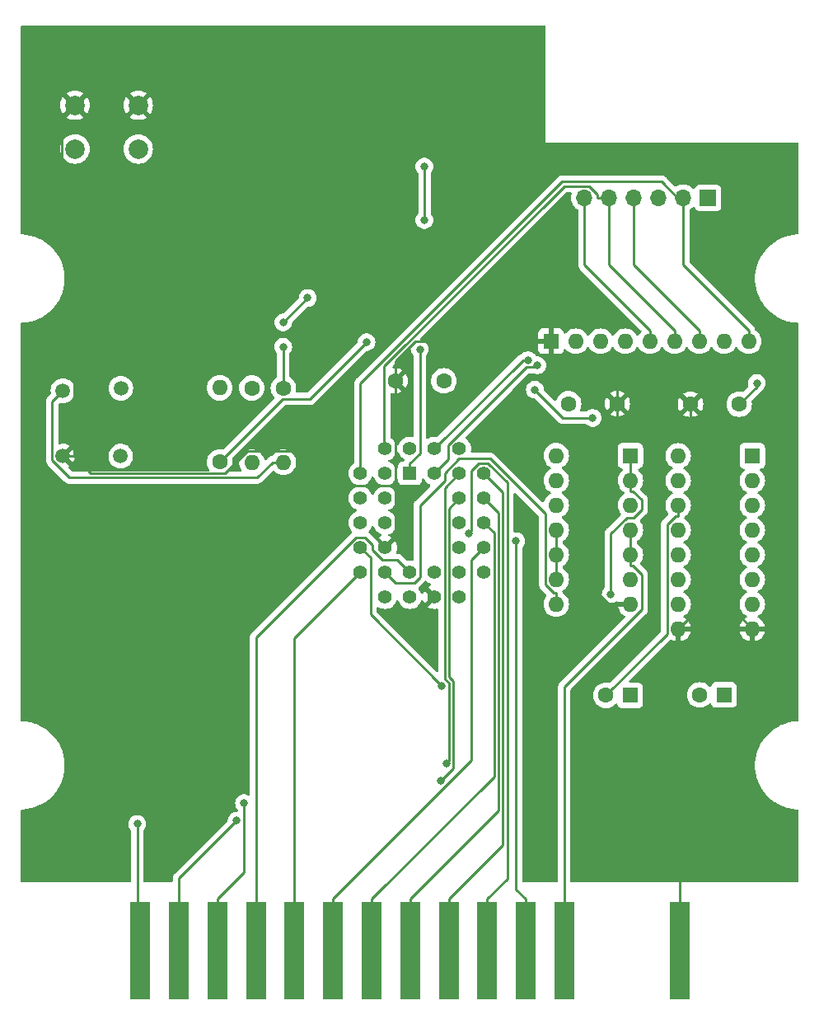
<source format=gbr>
G04 #@! TF.GenerationSoftware,KiCad,Pcbnew,7.0.10*
G04 #@! TF.CreationDate,2024-04-03T18:47:56+02:00*
G04 #@! TF.ProjectId,p2000t-multicartridge,70323030-3074-42d6-9d75-6c7469636172,rev?*
G04 #@! TF.SameCoordinates,Original*
G04 #@! TF.FileFunction,Copper,L1,Top*
G04 #@! TF.FilePolarity,Positive*
%FSLAX46Y46*%
G04 Gerber Fmt 4.6, Leading zero omitted, Abs format (unit mm)*
G04 Created by KiCad (PCBNEW 7.0.10) date 2024-04-03 18:47:56*
%MOMM*%
%LPD*%
G01*
G04 APERTURE LIST*
G04 #@! TA.AperFunction,ComponentPad*
%ADD10C,2.000000*%
G04 #@! TD*
G04 #@! TA.AperFunction,ComponentPad*
%ADD11C,1.500000*%
G04 #@! TD*
G04 #@! TA.AperFunction,ComponentPad*
%ADD12R,1.600000X1.600000*%
G04 #@! TD*
G04 #@! TA.AperFunction,ComponentPad*
%ADD13O,1.600000X1.600000*%
G04 #@! TD*
G04 #@! TA.AperFunction,ComponentPad*
%ADD14C,1.600000*%
G04 #@! TD*
G04 #@! TA.AperFunction,ComponentPad*
%ADD15R,1.700000X1.700000*%
G04 #@! TD*
G04 #@! TA.AperFunction,ComponentPad*
%ADD16O,1.700000X1.700000*%
G04 #@! TD*
G04 #@! TA.AperFunction,SMDPad,CuDef*
%ADD17R,2.000000X10.000000*%
G04 #@! TD*
G04 #@! TA.AperFunction,ComponentPad*
%ADD18R,1.422400X1.422400*%
G04 #@! TD*
G04 #@! TA.AperFunction,ComponentPad*
%ADD19C,1.422400*%
G04 #@! TD*
G04 #@! TA.AperFunction,ViaPad*
%ADD20C,0.800000*%
G04 #@! TD*
G04 #@! TA.AperFunction,Conductor*
%ADD21C,0.250000*%
G04 #@! TD*
G04 APERTURE END LIST*
D10*
X55247000Y-52345000D03*
X48747000Y-52345000D03*
X55247000Y-56845000D03*
X48747000Y-56845000D03*
D11*
X47498000Y-81661000D03*
X47498000Y-88370000D03*
X53445000Y-88370000D03*
X53467000Y-81407000D03*
D12*
X105821000Y-88337000D03*
D13*
X105821000Y-90877000D03*
X105821000Y-93417000D03*
X105821000Y-95957000D03*
X105821000Y-98497000D03*
X105821000Y-101037000D03*
X105821000Y-103577000D03*
X98201000Y-103577000D03*
X98201000Y-101037000D03*
X98201000Y-98497000D03*
X98201000Y-95957000D03*
X98201000Y-93417000D03*
X98201000Y-90877000D03*
X98201000Y-88337000D03*
D14*
X99471000Y-83003000D03*
X104471000Y-83003000D03*
X86647000Y-80645000D03*
X81647000Y-80645000D03*
D15*
X113792000Y-61849000D03*
D16*
X111252000Y-61849000D03*
X108712000Y-61849000D03*
X106172000Y-61849000D03*
X103632000Y-61849000D03*
X101092000Y-61849000D03*
D12*
X118347000Y-88345000D03*
D13*
X118347000Y-90885000D03*
X118347000Y-93425000D03*
X118347000Y-95965000D03*
X118347000Y-98505000D03*
X118347000Y-101045000D03*
X118347000Y-103585000D03*
X118347000Y-106125000D03*
X110727000Y-106125000D03*
X110727000Y-103585000D03*
X110727000Y-101045000D03*
X110727000Y-98505000D03*
X110727000Y-95965000D03*
X110727000Y-93425000D03*
X110727000Y-90885000D03*
X110727000Y-88345000D03*
D12*
X105797000Y-112945000D03*
D14*
X103297000Y-112945000D03*
X116997000Y-83045000D03*
X111997000Y-83045000D03*
X70165000Y-81383000D03*
D13*
X70165000Y-89003000D03*
D14*
X66915000Y-81383000D03*
D13*
X66915000Y-89003000D03*
D14*
X63615000Y-88973000D03*
D13*
X63615000Y-81353000D03*
D17*
X55465000Y-139192000D03*
X59425000Y-139192000D03*
X63385000Y-139192000D03*
X67345000Y-139192000D03*
X71305000Y-139192000D03*
X75265000Y-139192000D03*
X79225000Y-139192000D03*
X83185000Y-139192000D03*
X87145000Y-139192000D03*
X91105000Y-139192000D03*
X95065000Y-139192000D03*
X99025000Y-139192000D03*
X110905000Y-139192000D03*
D12*
X115443000Y-112903000D03*
D14*
X112943000Y-112903000D03*
D12*
X97663000Y-76581000D03*
D13*
X100203000Y-76581000D03*
X102743000Y-76581000D03*
X105283000Y-76581000D03*
X107823000Y-76581000D03*
X110363000Y-76581000D03*
X112903000Y-76581000D03*
X115443000Y-76581000D03*
X117983000Y-76581000D03*
D18*
X83147000Y-90145000D03*
D19*
X85687000Y-87605000D03*
X85687000Y-90145000D03*
X88227000Y-87605000D03*
X90767000Y-90145000D03*
X88227000Y-90145000D03*
X90767000Y-92685000D03*
X88227000Y-92685000D03*
X90767000Y-95225000D03*
X88227000Y-95225000D03*
X90767000Y-97765000D03*
X88227000Y-97765000D03*
X90767000Y-100305000D03*
X88227000Y-102845000D03*
X88227000Y-100305000D03*
X85687000Y-102845000D03*
X85687000Y-100305000D03*
X83147000Y-102845000D03*
X83147000Y-100305000D03*
X80607000Y-102845000D03*
X78067000Y-100305000D03*
X80607000Y-100305000D03*
X78067000Y-97765000D03*
X80607000Y-97765000D03*
X78067000Y-95225000D03*
X80607000Y-95225000D03*
X78067000Y-92685000D03*
X80607000Y-92685000D03*
X78067000Y-90145000D03*
X80607000Y-87605000D03*
X80607000Y-90145000D03*
X83147000Y-87605000D03*
D20*
X110905000Y-125387000D03*
X72647000Y-72145000D03*
X70147000Y-74645000D03*
X84647000Y-58645000D03*
X70147000Y-77145000D03*
X118809900Y-80874100D03*
X84647000Y-64145000D03*
X55147000Y-126145000D03*
X65361300Y-125810200D03*
X66120900Y-124022200D03*
X89214900Y-96281300D03*
X94083400Y-97122800D03*
X86447600Y-111994700D03*
X86897600Y-119974300D03*
X86375400Y-121682600D03*
X103803300Y-102563600D03*
X96251500Y-79064100D03*
X95294200Y-78523400D03*
X84183500Y-77412000D03*
X95998400Y-81559300D03*
X101940700Y-84448000D03*
X78702300Y-76682500D03*
D21*
X103579000Y-103577000D02*
X102647000Y-102645000D01*
X102647000Y-87145000D02*
X104471000Y-85321000D01*
X81647000Y-78645000D02*
X81647000Y-80645000D01*
X105647000Y-79645000D02*
X98147000Y-79645000D01*
X117147000Y-116645000D02*
X121647000Y-112145000D01*
X105821000Y-103577000D02*
X103579000Y-103577000D01*
X48639200Y-88370000D02*
X48639200Y-59280600D01*
X71450800Y-87866600D02*
X66419400Y-87866600D01*
X83711000Y-76581000D02*
X81647000Y-78645000D01*
X111997000Y-84995000D02*
X115147000Y-88145000D01*
X116867000Y-104645000D02*
X118347000Y-106125000D01*
X106647000Y-79645000D02*
X105647000Y-79645000D01*
X115147000Y-104645000D02*
X116867000Y-104645000D01*
X115397000Y-79645000D02*
X106647000Y-79645000D01*
X48639200Y-59280600D02*
X47366400Y-58007800D01*
X97663000Y-79161000D02*
X97663000Y-76581000D01*
X110905000Y-125387000D02*
X117147000Y-119145000D01*
X119147000Y-79645000D02*
X115647000Y-79645000D01*
X110905000Y-139192000D02*
X110905000Y-125387000D01*
X121647000Y-112145000D02*
X121647000Y-82145000D01*
X104471000Y-80821000D02*
X104471000Y-83003000D01*
X115397000Y-79645000D02*
X111997000Y-83045000D01*
X112207000Y-104645000D02*
X110727000Y-106125000D01*
X111997000Y-83045000D02*
X111997000Y-84995000D01*
X115147000Y-104645000D02*
X112207000Y-104645000D01*
X105647000Y-79645000D02*
X104471000Y-80821000D01*
X115647000Y-79645000D02*
X115397000Y-79645000D01*
X66419400Y-87866600D02*
X64157700Y-90128300D01*
X47366400Y-58007800D02*
X47366400Y-53725600D01*
X81647000Y-96725000D02*
X80607000Y-97765000D01*
X104471000Y-85321000D02*
X104471000Y-83003000D01*
X106647000Y-79645000D02*
X105647000Y-79645000D01*
X81647000Y-91415000D02*
X81647000Y-96725000D01*
X64157700Y-90128300D02*
X50397500Y-90128300D01*
X97663000Y-76581000D02*
X83711000Y-76581000D01*
X81647000Y-80645000D02*
X81647000Y-91415000D01*
X74999200Y-91415000D02*
X71450800Y-87866600D01*
X115647000Y-79645000D02*
X115397000Y-79645000D01*
X115147000Y-88145000D02*
X115147000Y-104645000D01*
X117147000Y-119145000D02*
X117147000Y-116645000D01*
X102647000Y-102645000D02*
X102647000Y-87145000D01*
X81647000Y-91415000D02*
X74999200Y-91415000D01*
X121647000Y-82145000D02*
X119147000Y-79645000D01*
X48639200Y-88370000D02*
X47498000Y-88370000D01*
X98147000Y-79645000D02*
X97663000Y-79161000D01*
X50397500Y-90128300D02*
X48639200Y-88370000D01*
X47366400Y-53725600D02*
X48747000Y-52345000D01*
X70147000Y-77145000D02*
X70147000Y-81365000D01*
X116997000Y-83045000D02*
X118809900Y-81232100D01*
X55147000Y-126145000D02*
X55147000Y-138874000D01*
X55147000Y-138874000D02*
X55465000Y-139192000D01*
X70147000Y-81365000D02*
X70165000Y-81383000D01*
X72647000Y-72145000D02*
X70147000Y-74645000D01*
X84647000Y-58645000D02*
X84647000Y-64145000D01*
X118809900Y-81232100D02*
X118809900Y-80874100D01*
X59425000Y-139192000D02*
X59425000Y-131746500D01*
X59425000Y-131746500D02*
X65361300Y-125810200D01*
X63385000Y-139192000D02*
X63385000Y-133866700D01*
X63385000Y-133866700D02*
X66120900Y-131130800D01*
X66120900Y-131130800D02*
X66120900Y-124022200D01*
X67345000Y-107020300D02*
X77636900Y-96728400D01*
X79337000Y-97514500D02*
X79337000Y-98049000D01*
X67345000Y-139192000D02*
X67345000Y-107020300D01*
X77636900Y-96728400D02*
X78550900Y-96728400D01*
X80323000Y-99035000D02*
X81877000Y-99035000D01*
X81877000Y-99035000D02*
X83147000Y-100305000D01*
X79337000Y-98049000D02*
X80323000Y-99035000D01*
X78550900Y-96728400D02*
X79337000Y-97514500D01*
X71305000Y-107067000D02*
X78067000Y-100305000D01*
X71305000Y-139192000D02*
X71305000Y-107067000D01*
X75265000Y-133866700D02*
X89497000Y-119634700D01*
X89497000Y-99035000D02*
X90767000Y-97765000D01*
X75265000Y-139192000D02*
X75265000Y-133866700D01*
X89497000Y-119634700D02*
X89497000Y-99035000D01*
X90767000Y-95225000D02*
X91818500Y-96276500D01*
X91818500Y-96276500D02*
X91818500Y-121273200D01*
X79225000Y-139192000D02*
X79225000Y-133866700D01*
X91818500Y-121273200D02*
X79225000Y-133866700D01*
X92273000Y-94191000D02*
X92273000Y-124778700D01*
X83185000Y-139192000D02*
X83185000Y-133866700D01*
X92273000Y-124778700D02*
X83185000Y-133866700D01*
X90767000Y-92685000D02*
X92273000Y-94191000D01*
X90767000Y-90145000D02*
X92725500Y-92103500D01*
X92725500Y-128286200D02*
X87145000Y-133866700D01*
X87145000Y-139192000D02*
X87145000Y-133866700D01*
X92725500Y-92103500D02*
X92725500Y-128286200D01*
X89497000Y-89851800D02*
X90240500Y-89108300D01*
X89214900Y-96281300D02*
X89497000Y-95999200D01*
X89497000Y-95999200D02*
X89497000Y-89851800D01*
X93183300Y-91095300D02*
X93183300Y-131788400D01*
X91196300Y-89108300D02*
X93183300Y-91095300D01*
X91105000Y-139192000D02*
X91105000Y-133866700D01*
X93183300Y-131788400D02*
X91105000Y-133866700D01*
X90240500Y-89108300D02*
X91196300Y-89108300D01*
X95065000Y-139192000D02*
X95065000Y-133866700D01*
X95065000Y-133866700D02*
X94083400Y-132885100D01*
X94083400Y-132885100D02*
X94083400Y-97122800D01*
X79111900Y-104659000D02*
X86447600Y-111994700D01*
X79111900Y-98809900D02*
X79111900Y-104659000D01*
X78067000Y-97765000D02*
X79111900Y-98809900D01*
X86723600Y-111244900D02*
X87172900Y-111694200D01*
X86723600Y-91648400D02*
X86723600Y-111244900D01*
X88227000Y-90145000D02*
X86723600Y-91648400D01*
X87172900Y-119699000D02*
X86897600Y-119974300D01*
X87172900Y-111694200D02*
X87172900Y-119699000D01*
X87623200Y-120434800D02*
X87623200Y-111507600D01*
X87623200Y-111507600D02*
X87173900Y-111058300D01*
X87173900Y-93738100D02*
X88227000Y-92685000D01*
X86375400Y-121682600D02*
X87623200Y-120434800D01*
X87173900Y-111058300D02*
X87173900Y-93738100D01*
X106987300Y-100556700D02*
X106987300Y-104144600D01*
X105821000Y-95957000D02*
X105821000Y-98497000D01*
X105821000Y-98497000D02*
X105821000Y-99622300D01*
X105821000Y-99622300D02*
X106052900Y-99622300D01*
X106052900Y-99622300D02*
X106987300Y-100556700D01*
X106987300Y-104144600D02*
X99025000Y-112106900D01*
X99025000Y-112106900D02*
X99025000Y-139192000D01*
X105821000Y-88337000D02*
X105821000Y-90877000D01*
X105821000Y-90877000D02*
X105821000Y-92002300D01*
X106191500Y-94687000D02*
X105443500Y-94687000D01*
X106102300Y-92002300D02*
X106987100Y-92887100D01*
X106987100Y-92887100D02*
X106987100Y-93891400D01*
X106987100Y-93891400D02*
X106191500Y-94687000D01*
X105821000Y-92002300D02*
X106102300Y-92002300D01*
X103803300Y-96327200D02*
X103803300Y-102563600D01*
X105443500Y-94687000D02*
X103803300Y-96327200D01*
X111252000Y-68724700D02*
X111252000Y-62436600D01*
X108998100Y-60182700D02*
X98818100Y-60182700D01*
X78067000Y-80933800D02*
X78067000Y-90145000D01*
X98818100Y-60182700D02*
X78067000Y-80933800D01*
X111252000Y-61849000D02*
X111252000Y-62436600D01*
X111252000Y-62436600D02*
X108998100Y-60182700D01*
X117983000Y-76581000D02*
X117983000Y-75455700D01*
X117983000Y-75455700D02*
X111252000Y-68724700D01*
X96066900Y-79248700D02*
X96251500Y-79064100D01*
X95117400Y-79248700D02*
X96066900Y-79248700D01*
X85687000Y-90145000D02*
X87116400Y-88715600D01*
X87116400Y-88715600D02*
X87116400Y-87249700D01*
X87116400Y-87249700D02*
X95117400Y-79248700D01*
X112903000Y-76581000D02*
X112903000Y-75455700D01*
X85687000Y-87605000D02*
X94768600Y-78523400D01*
X106172000Y-68724700D02*
X106172000Y-61849000D01*
X94768600Y-78523400D02*
X95294200Y-78523400D01*
X112903000Y-75455700D02*
X106172000Y-68724700D01*
X103632000Y-61849000D02*
X102456700Y-61849000D01*
X80504000Y-87502000D02*
X80607000Y-87605000D01*
X80504000Y-79133700D02*
X80504000Y-87502000D01*
X110363000Y-76581000D02*
X110363000Y-75455700D01*
X101608100Y-60633100D02*
X99004600Y-60633100D01*
X110363000Y-75455700D02*
X103632000Y-68724700D01*
X103632000Y-68724700D02*
X103632000Y-61849000D01*
X102456700Y-61849000D02*
X102456700Y-61481700D01*
X99004600Y-60633100D02*
X80504000Y-79133700D01*
X102456700Y-61481700D02*
X101608100Y-60633100D01*
X101092000Y-68724700D02*
X107823000Y-75455700D01*
X107823000Y-76581000D02*
X107823000Y-75455700D01*
X101092000Y-61849000D02*
X101092000Y-68724700D01*
X86723500Y-90161300D02*
X86723500Y-90886000D01*
X98201000Y-102451700D02*
X97919600Y-102451700D01*
X84183600Y-93425900D02*
X84183600Y-100788900D01*
X91392300Y-88641600D02*
X88243200Y-88641600D01*
X97075700Y-101607800D02*
X97075700Y-94325000D01*
X86723500Y-90886000D02*
X84183600Y-93425900D01*
X98201000Y-103577000D02*
X98201000Y-102451700D01*
X84183600Y-100788900D02*
X83594000Y-101378500D01*
X88243200Y-88641600D02*
X86723500Y-90161300D01*
X97919600Y-102451700D02*
X97075700Y-101607800D01*
X81680500Y-101378500D02*
X80607000Y-100305000D01*
X97075700Y-94325000D02*
X91392300Y-88641600D01*
X83594000Y-101378500D02*
X81680500Y-101378500D01*
X83147000Y-89108500D02*
X84183500Y-88072000D01*
X84183500Y-88072000D02*
X84183500Y-77412000D01*
X83147000Y-90145000D02*
X83147000Y-89108500D01*
X98887100Y-84448000D02*
X95998400Y-81559300D01*
X101940700Y-84448000D02*
X98887100Y-84448000D01*
X98201000Y-101037000D02*
X98201000Y-98497000D01*
X98201000Y-98497000D02*
X98201000Y-95957000D01*
X110445600Y-94550300D02*
X109601700Y-95394200D01*
X110727000Y-93425000D02*
X110727000Y-94550300D01*
X109601700Y-106640300D02*
X103297000Y-112945000D01*
X110727000Y-94550300D02*
X110445600Y-94550300D01*
X109601700Y-95394200D02*
X109601700Y-106640300D01*
X72876400Y-82508400D02*
X70079600Y-82508400D01*
X78702300Y-76682500D02*
X72876400Y-82508400D01*
X70079600Y-82508400D02*
X63615000Y-88973000D01*
X48185700Y-90578600D02*
X67464100Y-90578600D01*
X46397300Y-82761700D02*
X46397300Y-88790200D01*
X70165000Y-89003000D02*
X69039700Y-89003000D01*
X67464100Y-90578600D02*
X69039700Y-89003000D01*
X47498000Y-81661000D02*
X46397300Y-82761700D01*
X46397300Y-88790200D02*
X48185700Y-90578600D01*
G04 #@! TA.AperFunction,Conductor*
G36*
X97063621Y-44190502D02*
G01*
X97110114Y-44244158D01*
X97121500Y-44296500D01*
X97121500Y-56114867D01*
X97119398Y-56125435D01*
X97119399Y-56144999D01*
X97121498Y-56150067D01*
X97121499Y-56150072D01*
X97121500Y-56150072D01*
X97127483Y-56164517D01*
X97147000Y-56172601D01*
X97166575Y-56172601D01*
X97177137Y-56170500D01*
X122995500Y-56170500D01*
X123063621Y-56190502D01*
X123110114Y-56244158D01*
X123121500Y-56296500D01*
X123121500Y-65493500D01*
X123101498Y-65561621D01*
X123047842Y-65608114D01*
X122995500Y-65619500D01*
X122937774Y-65619500D01*
X122521106Y-65658110D01*
X122521102Y-65658110D01*
X122521099Y-65658111D01*
X122109778Y-65734999D01*
X122109770Y-65735001D01*
X121707299Y-65849516D01*
X121317106Y-66000676D01*
X120942511Y-66187203D01*
X120586760Y-66407474D01*
X120586745Y-66407484D01*
X120252815Y-66659656D01*
X120252808Y-66659661D01*
X119943569Y-66941569D01*
X119661661Y-67250808D01*
X119661656Y-67250815D01*
X119409484Y-67584745D01*
X119409474Y-67584760D01*
X119189203Y-67940511D01*
X119002676Y-68315106D01*
X118851516Y-68705299D01*
X118737001Y-69107770D01*
X118736999Y-69107778D01*
X118696803Y-69322813D01*
X118660110Y-69519106D01*
X118621500Y-69935774D01*
X118621500Y-70354226D01*
X118660110Y-70770894D01*
X118660111Y-70770900D01*
X118736999Y-71182221D01*
X118737001Y-71182229D01*
X118851516Y-71584700D01*
X118994997Y-71955072D01*
X119002678Y-71974897D01*
X119189199Y-72349481D01*
X119189201Y-72349485D01*
X119189203Y-72349488D01*
X119409474Y-72705239D01*
X119409484Y-72705254D01*
X119409486Y-72705257D01*
X119512364Y-72841489D01*
X119661656Y-73039184D01*
X119661661Y-73039191D01*
X119943569Y-73348430D01*
X120252808Y-73630338D01*
X120252811Y-73630340D01*
X120586743Y-73882514D01*
X120586745Y-73882515D01*
X120586760Y-73882525D01*
X120910661Y-74083075D01*
X120942519Y-74102801D01*
X121317103Y-74289322D01*
X121707299Y-74440484D01*
X122022662Y-74530213D01*
X122109770Y-74554998D01*
X122109778Y-74555000D01*
X122521106Y-74631890D01*
X122937774Y-74670500D01*
X122995500Y-74670500D01*
X123063621Y-74690502D01*
X123110114Y-74744158D01*
X123121500Y-74796500D01*
X123121500Y-77839928D01*
X123121501Y-83439929D01*
X123121501Y-94839928D01*
X123121500Y-100451927D01*
X123121500Y-115493500D01*
X123101498Y-115561621D01*
X123047842Y-115608114D01*
X122995500Y-115619500D01*
X122937774Y-115619500D01*
X122521106Y-115658110D01*
X122521102Y-115658110D01*
X122521099Y-115658111D01*
X122109778Y-115734999D01*
X122109770Y-115735001D01*
X121707299Y-115849516D01*
X121317106Y-116000676D01*
X120942511Y-116187203D01*
X120586760Y-116407474D01*
X120586745Y-116407484D01*
X120252815Y-116659656D01*
X120252808Y-116659661D01*
X119943569Y-116941569D01*
X119661661Y-117250808D01*
X119661656Y-117250815D01*
X119409484Y-117584745D01*
X119409474Y-117584760D01*
X119189203Y-117940511D01*
X119002676Y-118315106D01*
X118851516Y-118705299D01*
X118737001Y-119107770D01*
X118736999Y-119107778D01*
X118675391Y-119437358D01*
X118660110Y-119519106D01*
X118621500Y-119935774D01*
X118621500Y-120354226D01*
X118660110Y-120770894D01*
X118660111Y-120770900D01*
X118736999Y-121182221D01*
X118737001Y-121182229D01*
X118790287Y-121369505D01*
X118851516Y-121584701D01*
X119002678Y-121974897D01*
X119189199Y-122349481D01*
X119189201Y-122349485D01*
X119189203Y-122349488D01*
X119409474Y-122705239D01*
X119409484Y-122705254D01*
X119661656Y-123039184D01*
X119661661Y-123039191D01*
X119943569Y-123348430D01*
X120252808Y-123630338D01*
X120252811Y-123630340D01*
X120586743Y-123882514D01*
X120586745Y-123882515D01*
X120586760Y-123882525D01*
X120694601Y-123949297D01*
X120942519Y-124102801D01*
X121317103Y-124289322D01*
X121707299Y-124440484D01*
X122022662Y-124530213D01*
X122109770Y-124554998D01*
X122109778Y-124555000D01*
X122521106Y-124631890D01*
X122937774Y-124670500D01*
X122995500Y-124670500D01*
X123063621Y-124690502D01*
X123110114Y-124744158D01*
X123121500Y-124796500D01*
X123121500Y-132019000D01*
X123101498Y-132087121D01*
X123047842Y-132133614D01*
X122995500Y-132145000D01*
X99784500Y-132145000D01*
X99716379Y-132124998D01*
X99669886Y-132071342D01*
X99658500Y-132019000D01*
X99658500Y-112945000D01*
X101983502Y-112945000D01*
X101999782Y-113131087D01*
X102003457Y-113173086D01*
X102062715Y-113394240D01*
X102062717Y-113394246D01*
X102159477Y-113601749D01*
X102272988Y-113763860D01*
X102290802Y-113789300D01*
X102452700Y-113951198D01*
X102640251Y-114082523D01*
X102847757Y-114179284D01*
X103068913Y-114238543D01*
X103297000Y-114258498D01*
X103525087Y-114238543D01*
X103746243Y-114179284D01*
X103953749Y-114082523D01*
X104141300Y-113951198D01*
X104286640Y-113805857D01*
X104348948Y-113771835D01*
X104419764Y-113776899D01*
X104476600Y-113819446D01*
X104493787Y-113850922D01*
X104546110Y-113991202D01*
X104546112Y-113991207D01*
X104633738Y-114108261D01*
X104750792Y-114195887D01*
X104750794Y-114195888D01*
X104750796Y-114195889D01*
X104806048Y-114216497D01*
X104887795Y-114246988D01*
X104887803Y-114246990D01*
X104948350Y-114253499D01*
X104948355Y-114253499D01*
X104948362Y-114253500D01*
X104948368Y-114253500D01*
X106645632Y-114253500D01*
X106645638Y-114253500D01*
X106645645Y-114253499D01*
X106645649Y-114253499D01*
X106706196Y-114246990D01*
X106706199Y-114246989D01*
X106706201Y-114246989D01*
X106843204Y-114195889D01*
X106865389Y-114179282D01*
X106960261Y-114108261D01*
X107047887Y-113991207D01*
X107047887Y-113991206D01*
X107047889Y-113991204D01*
X107098989Y-113854201D01*
X107102726Y-113819446D01*
X107105499Y-113793649D01*
X107105500Y-113793632D01*
X107105500Y-112903000D01*
X111629502Y-112903000D01*
X111649457Y-113131086D01*
X111708715Y-113352240D01*
X111708717Y-113352246D01*
X111728302Y-113394246D01*
X111805477Y-113559749D01*
X111936802Y-113747300D01*
X112098700Y-113909198D01*
X112286251Y-114040523D01*
X112493757Y-114137284D01*
X112714913Y-114196543D01*
X112943000Y-114216498D01*
X113171087Y-114196543D01*
X113392243Y-114137284D01*
X113599749Y-114040523D01*
X113787300Y-113909198D01*
X113932640Y-113763857D01*
X113994948Y-113729835D01*
X114065764Y-113734899D01*
X114122600Y-113777446D01*
X114139787Y-113808922D01*
X114192110Y-113949202D01*
X114192112Y-113949207D01*
X114279738Y-114066261D01*
X114396792Y-114153887D01*
X114396794Y-114153888D01*
X114396796Y-114153889D01*
X114455875Y-114175924D01*
X114533795Y-114204988D01*
X114533803Y-114204990D01*
X114594350Y-114211499D01*
X114594355Y-114211499D01*
X114594362Y-114211500D01*
X114594368Y-114211500D01*
X116291632Y-114211500D01*
X116291638Y-114211500D01*
X116291645Y-114211499D01*
X116291649Y-114211499D01*
X116352196Y-114204990D01*
X116352199Y-114204989D01*
X116352201Y-114204989D01*
X116489204Y-114153889D01*
X116511389Y-114137282D01*
X116606261Y-114066261D01*
X116693887Y-113949207D01*
X116693887Y-113949206D01*
X116693889Y-113949204D01*
X116744989Y-113812201D01*
X116746984Y-113793649D01*
X116751499Y-113751649D01*
X116751500Y-113751632D01*
X116751500Y-112054367D01*
X116751499Y-112054350D01*
X116744990Y-111993803D01*
X116744988Y-111993795D01*
X116708811Y-111896804D01*
X116693889Y-111856796D01*
X116693888Y-111856794D01*
X116693887Y-111856792D01*
X116606261Y-111739738D01*
X116489207Y-111652112D01*
X116489202Y-111652110D01*
X116352204Y-111601011D01*
X116352196Y-111601009D01*
X116291649Y-111594500D01*
X116291638Y-111594500D01*
X114594362Y-111594500D01*
X114594350Y-111594500D01*
X114533803Y-111601009D01*
X114533795Y-111601011D01*
X114396797Y-111652110D01*
X114396792Y-111652112D01*
X114279738Y-111739738D01*
X114192112Y-111856792D01*
X114192111Y-111856795D01*
X114139787Y-111997078D01*
X114097240Y-112053913D01*
X114030719Y-112078723D01*
X113961345Y-112063631D01*
X113932637Y-112042139D01*
X113787302Y-111896804D01*
X113787296Y-111896799D01*
X113599749Y-111765477D01*
X113392246Y-111668717D01*
X113392240Y-111668715D01*
X113253359Y-111631502D01*
X113171087Y-111609457D01*
X112943000Y-111589502D01*
X112714913Y-111609457D01*
X112493759Y-111668715D01*
X112493753Y-111668717D01*
X112286250Y-111765477D01*
X112098703Y-111896799D01*
X112098697Y-111896804D01*
X111936804Y-112058697D01*
X111936799Y-112058703D01*
X111805477Y-112246250D01*
X111708717Y-112453753D01*
X111708715Y-112453759D01*
X111649457Y-112674913D01*
X111629502Y-112903000D01*
X107105500Y-112903000D01*
X107105500Y-112096367D01*
X107105499Y-112096350D01*
X107098990Y-112035803D01*
X107098988Y-112035795D01*
X107062811Y-111938804D01*
X107047889Y-111898796D01*
X107047888Y-111898794D01*
X107047887Y-111898792D01*
X106960261Y-111781738D01*
X106843207Y-111694112D01*
X106843202Y-111694110D01*
X106706204Y-111643011D01*
X106706196Y-111643009D01*
X106645649Y-111636500D01*
X106645638Y-111636500D01*
X105805594Y-111636500D01*
X105737473Y-111616498D01*
X105690980Y-111562842D01*
X105680876Y-111492568D01*
X105710370Y-111427988D01*
X105716499Y-111421405D01*
X106396609Y-110741295D01*
X109881237Y-107256665D01*
X109943545Y-107222643D01*
X110014360Y-107227707D01*
X110042599Y-107242550D01*
X110070502Y-107262088D01*
X110277926Y-107358811D01*
X110277931Y-107358813D01*
X110473000Y-107411081D01*
X110473000Y-106436686D01*
X110488955Y-106452641D01*
X110601852Y-106510165D01*
X110695519Y-106525000D01*
X110758481Y-106525000D01*
X110852148Y-106510165D01*
X110965045Y-106452641D01*
X110981000Y-106436686D01*
X110981000Y-107411081D01*
X111176068Y-107358813D01*
X111176073Y-107358811D01*
X111383498Y-107262087D01*
X111570974Y-107130815D01*
X111570980Y-107130810D01*
X111732810Y-106968980D01*
X111732815Y-106968974D01*
X111864087Y-106781498D01*
X111960811Y-106574073D01*
X111960813Y-106574068D01*
X112013082Y-106379000D01*
X111038686Y-106379000D01*
X111054641Y-106363045D01*
X111112165Y-106250148D01*
X111131986Y-106125000D01*
X111112165Y-105999852D01*
X111054641Y-105886955D01*
X111038686Y-105871000D01*
X112013082Y-105871000D01*
X111960813Y-105675931D01*
X111960811Y-105675926D01*
X111864087Y-105468501D01*
X111732815Y-105281025D01*
X111732810Y-105281019D01*
X111570980Y-105119189D01*
X111570974Y-105119184D01*
X111383497Y-104987911D01*
X111343949Y-104969469D01*
X111290665Y-104922551D01*
X111271205Y-104854273D01*
X111291748Y-104786314D01*
X111343950Y-104741081D01*
X111383749Y-104722523D01*
X111571300Y-104591198D01*
X111733198Y-104429300D01*
X111864523Y-104241749D01*
X111961284Y-104034243D01*
X112020543Y-103813087D01*
X112040498Y-103585000D01*
X117033502Y-103585000D01*
X117053457Y-103813087D01*
X117065521Y-103858109D01*
X117112715Y-104034240D01*
X117112717Y-104034246D01*
X117209477Y-104241749D01*
X117335197Y-104421296D01*
X117340802Y-104429300D01*
X117502700Y-104591198D01*
X117690251Y-104722523D01*
X117730045Y-104741079D01*
X117730047Y-104741080D01*
X117783332Y-104787996D01*
X117802794Y-104856273D01*
X117782253Y-104924233D01*
X117730051Y-104969468D01*
X117690504Y-104987910D01*
X117503025Y-105119184D01*
X117503019Y-105119189D01*
X117341189Y-105281019D01*
X117341184Y-105281025D01*
X117209912Y-105468501D01*
X117113188Y-105675926D01*
X117113186Y-105675931D01*
X117060917Y-105871000D01*
X118035314Y-105871000D01*
X118019359Y-105886955D01*
X117961835Y-105999852D01*
X117942014Y-106125000D01*
X117961835Y-106250148D01*
X118019359Y-106363045D01*
X118035314Y-106379000D01*
X117060918Y-106379000D01*
X117113186Y-106574068D01*
X117113188Y-106574073D01*
X117209912Y-106781498D01*
X117341184Y-106968974D01*
X117341189Y-106968980D01*
X117503019Y-107130810D01*
X117503025Y-107130815D01*
X117690501Y-107262087D01*
X117897926Y-107358811D01*
X117897931Y-107358813D01*
X118093000Y-107411081D01*
X118093000Y-106436686D01*
X118108955Y-106452641D01*
X118221852Y-106510165D01*
X118315519Y-106525000D01*
X118378481Y-106525000D01*
X118472148Y-106510165D01*
X118585045Y-106452641D01*
X118601000Y-106436686D01*
X118601000Y-107411081D01*
X118796068Y-107358813D01*
X118796073Y-107358811D01*
X119003498Y-107262087D01*
X119190974Y-107130815D01*
X119190980Y-107130810D01*
X119352810Y-106968980D01*
X119352815Y-106968974D01*
X119484087Y-106781498D01*
X119580811Y-106574073D01*
X119580813Y-106574068D01*
X119633082Y-106379000D01*
X118658686Y-106379000D01*
X118674641Y-106363045D01*
X118732165Y-106250148D01*
X118751986Y-106125000D01*
X118732165Y-105999852D01*
X118674641Y-105886955D01*
X118658686Y-105871000D01*
X119633082Y-105871000D01*
X119580813Y-105675931D01*
X119580811Y-105675926D01*
X119484087Y-105468501D01*
X119352815Y-105281025D01*
X119352810Y-105281019D01*
X119190980Y-105119189D01*
X119190974Y-105119184D01*
X119003497Y-104987911D01*
X118963949Y-104969469D01*
X118910665Y-104922551D01*
X118891205Y-104854273D01*
X118911748Y-104786314D01*
X118963950Y-104741081D01*
X119003749Y-104722523D01*
X119191300Y-104591198D01*
X119353198Y-104429300D01*
X119484523Y-104241749D01*
X119581284Y-104034243D01*
X119640543Y-103813087D01*
X119660498Y-103585000D01*
X119640543Y-103356913D01*
X119581284Y-103135757D01*
X119484523Y-102928251D01*
X119353198Y-102740700D01*
X119191300Y-102578802D01*
X119180420Y-102571184D01*
X119128998Y-102535177D01*
X119003749Y-102447477D01*
X118987521Y-102439910D01*
X118964543Y-102429195D01*
X118911258Y-102382279D01*
X118891796Y-102314002D01*
X118912337Y-102246042D01*
X118964543Y-102200805D01*
X118981109Y-102193080D01*
X119003749Y-102182523D01*
X119191300Y-102051198D01*
X119353198Y-101889300D01*
X119484523Y-101701749D01*
X119581284Y-101494243D01*
X119640543Y-101273087D01*
X119660498Y-101045000D01*
X119640543Y-100816913D01*
X119581284Y-100595757D01*
X119484523Y-100388251D01*
X119353198Y-100200700D01*
X119191300Y-100038802D01*
X119003749Y-99907477D01*
X118964543Y-99889195D01*
X118911258Y-99842279D01*
X118891796Y-99774002D01*
X118912337Y-99706042D01*
X118964543Y-99660805D01*
X118966997Y-99659660D01*
X119003749Y-99642523D01*
X119191300Y-99511198D01*
X119353198Y-99349300D01*
X119484523Y-99161749D01*
X119581284Y-98954243D01*
X119640543Y-98733087D01*
X119660498Y-98505000D01*
X119640543Y-98276913D01*
X119581284Y-98055757D01*
X119484523Y-97848251D01*
X119353198Y-97660700D01*
X119191300Y-97498802D01*
X119184950Y-97494356D01*
X119128998Y-97455177D01*
X119003749Y-97367477D01*
X118978499Y-97355703D01*
X118964543Y-97349195D01*
X118911258Y-97302279D01*
X118891796Y-97234002D01*
X118912337Y-97166042D01*
X118964543Y-97120805D01*
X118966997Y-97119660D01*
X119003749Y-97102523D01*
X119191300Y-96971198D01*
X119353198Y-96809300D01*
X119484523Y-96621749D01*
X119581284Y-96414243D01*
X119640543Y-96193087D01*
X119660498Y-95965000D01*
X119640543Y-95736913D01*
X119581284Y-95515757D01*
X119484523Y-95308251D01*
X119353198Y-95120700D01*
X119191300Y-94958802D01*
X119183412Y-94953279D01*
X119095489Y-94891714D01*
X119003749Y-94827477D01*
X118964543Y-94809195D01*
X118911258Y-94762279D01*
X118891796Y-94694002D01*
X118912337Y-94626042D01*
X118964543Y-94580805D01*
X118966997Y-94579660D01*
X119003749Y-94562523D01*
X119191300Y-94431198D01*
X119353198Y-94269300D01*
X119484523Y-94081749D01*
X119581284Y-93874243D01*
X119640543Y-93653087D01*
X119660498Y-93425000D01*
X119640543Y-93196913D01*
X119581284Y-92975757D01*
X119484523Y-92768251D01*
X119353198Y-92580700D01*
X119191300Y-92418802D01*
X119186304Y-92415304D01*
X119059305Y-92326378D01*
X119003749Y-92287477D01*
X118964543Y-92269195D01*
X118911258Y-92222279D01*
X118891796Y-92154002D01*
X118912337Y-92086042D01*
X118964543Y-92040805D01*
X118966997Y-92039660D01*
X119003749Y-92022523D01*
X119191300Y-91891198D01*
X119353198Y-91729300D01*
X119484523Y-91541749D01*
X119581284Y-91334243D01*
X119640543Y-91113087D01*
X119660498Y-90885000D01*
X119640543Y-90656913D01*
X119581284Y-90435757D01*
X119484523Y-90228251D01*
X119353198Y-90040700D01*
X119191300Y-89878802D01*
X119191295Y-89878799D01*
X119191292Y-89878796D01*
X119187995Y-89876487D01*
X119143669Y-89821028D01*
X119136363Y-89750409D01*
X119168396Y-89687049D01*
X119229599Y-89651067D01*
X119246801Y-89647999D01*
X119256201Y-89646989D01*
X119256963Y-89646705D01*
X119292886Y-89633306D01*
X119393204Y-89595889D01*
X119400927Y-89590108D01*
X119510261Y-89508261D01*
X119597887Y-89391207D01*
X119597887Y-89391206D01*
X119597889Y-89391204D01*
X119647096Y-89259276D01*
X119648988Y-89254204D01*
X119648990Y-89254196D01*
X119655499Y-89193649D01*
X119655500Y-89193632D01*
X119655500Y-87496367D01*
X119655499Y-87496350D01*
X119648990Y-87435803D01*
X119648988Y-87435795D01*
X119612811Y-87338804D01*
X119597889Y-87298796D01*
X119597888Y-87298794D01*
X119597887Y-87298792D01*
X119510261Y-87181738D01*
X119393207Y-87094112D01*
X119393202Y-87094110D01*
X119256204Y-87043011D01*
X119256196Y-87043009D01*
X119195649Y-87036500D01*
X119195638Y-87036500D01*
X117498362Y-87036500D01*
X117498350Y-87036500D01*
X117437803Y-87043009D01*
X117437795Y-87043011D01*
X117300797Y-87094110D01*
X117300792Y-87094112D01*
X117183738Y-87181738D01*
X117096112Y-87298792D01*
X117096110Y-87298797D01*
X117045011Y-87435795D01*
X117045009Y-87435803D01*
X117038500Y-87496350D01*
X117038500Y-89193649D01*
X117045009Y-89254196D01*
X117045011Y-89254204D01*
X117096110Y-89391202D01*
X117096112Y-89391207D01*
X117183738Y-89508261D01*
X117300792Y-89595887D01*
X117300794Y-89595888D01*
X117300796Y-89595889D01*
X117388288Y-89628522D01*
X117437037Y-89646705D01*
X117437799Y-89646989D01*
X117447191Y-89647998D01*
X117512784Y-89675163D01*
X117553279Y-89733479D01*
X117555817Y-89804430D01*
X117519593Y-89865490D01*
X117506010Y-89876483D01*
X117502708Y-89878795D01*
X117502697Y-89878804D01*
X117340804Y-90040697D01*
X117340799Y-90040703D01*
X117209477Y-90228250D01*
X117112717Y-90435753D01*
X117112715Y-90435759D01*
X117094531Y-90503624D01*
X117053457Y-90656913D01*
X117033502Y-90885000D01*
X117053457Y-91113087D01*
X117076396Y-91198696D01*
X117112715Y-91334240D01*
X117112717Y-91334246D01*
X117209477Y-91541749D01*
X117339630Y-91727627D01*
X117340802Y-91729300D01*
X117502700Y-91891198D01*
X117690251Y-92022523D01*
X117712301Y-92032805D01*
X117729457Y-92040805D01*
X117782742Y-92087722D01*
X117802203Y-92155999D01*
X117781661Y-92223959D01*
X117729457Y-92269195D01*
X117690250Y-92287477D01*
X117502703Y-92418799D01*
X117502697Y-92418804D01*
X117340804Y-92580697D01*
X117340799Y-92580703D01*
X117209477Y-92768250D01*
X117112717Y-92975753D01*
X117112715Y-92975759D01*
X117080638Y-93095471D01*
X117053457Y-93196913D01*
X117033502Y-93425000D01*
X117053457Y-93653087D01*
X117073609Y-93728296D01*
X117112715Y-93874240D01*
X117112717Y-93874246D01*
X117209477Y-94081749D01*
X117335197Y-94261296D01*
X117340802Y-94269300D01*
X117502700Y-94431198D01*
X117690251Y-94562523D01*
X117710873Y-94572139D01*
X117729457Y-94580805D01*
X117782742Y-94627722D01*
X117802203Y-94695999D01*
X117781661Y-94763959D01*
X117729457Y-94809195D01*
X117690250Y-94827477D01*
X117502703Y-94958799D01*
X117502697Y-94958804D01*
X117340804Y-95120697D01*
X117340799Y-95120703D01*
X117209477Y-95308250D01*
X117112717Y-95515753D01*
X117112715Y-95515759D01*
X117094531Y-95583624D01*
X117053457Y-95736913D01*
X117033502Y-95965000D01*
X117053457Y-96193087D01*
X117084018Y-96307142D01*
X117112715Y-96414240D01*
X117112717Y-96414246D01*
X117209477Y-96621749D01*
X117335197Y-96801296D01*
X117340802Y-96809300D01*
X117502700Y-96971198D01*
X117690251Y-97102523D01*
X117725359Y-97118894D01*
X117729457Y-97120805D01*
X117782742Y-97167722D01*
X117802203Y-97235999D01*
X117781661Y-97303959D01*
X117729457Y-97349195D01*
X117690250Y-97367477D01*
X117502703Y-97498799D01*
X117502697Y-97498804D01*
X117340804Y-97660697D01*
X117340799Y-97660703D01*
X117209477Y-97848250D01*
X117112717Y-98055753D01*
X117112715Y-98055759D01*
X117053457Y-98276913D01*
X117033502Y-98505000D01*
X117053457Y-98733086D01*
X117112715Y-98954240D01*
X117112717Y-98954246D01*
X117209477Y-99161749D01*
X117335197Y-99341296D01*
X117340802Y-99349300D01*
X117502700Y-99511198D01*
X117690251Y-99642523D01*
X117725359Y-99658894D01*
X117729457Y-99660805D01*
X117782742Y-99707722D01*
X117802203Y-99775999D01*
X117781661Y-99843959D01*
X117729457Y-99889195D01*
X117690250Y-99907477D01*
X117502703Y-100038799D01*
X117502697Y-100038804D01*
X117340804Y-100200697D01*
X117340799Y-100200703D01*
X117209477Y-100388250D01*
X117112717Y-100595753D01*
X117112715Y-100595759D01*
X117100712Y-100640555D01*
X117053457Y-100816913D01*
X117033502Y-101045000D01*
X117053457Y-101273087D01*
X117065521Y-101318109D01*
X117112715Y-101494240D01*
X117112717Y-101494246D01*
X117209477Y-101701749D01*
X117339445Y-101887363D01*
X117340802Y-101889300D01*
X117502700Y-102051198D01*
X117690251Y-102182523D01*
X117712891Y-102193080D01*
X117729457Y-102200805D01*
X117782742Y-102247722D01*
X117802203Y-102315999D01*
X117781661Y-102383959D01*
X117729457Y-102429195D01*
X117690250Y-102447477D01*
X117502703Y-102578799D01*
X117502697Y-102578804D01*
X117340804Y-102740697D01*
X117340799Y-102740703D01*
X117209477Y-102928250D01*
X117112717Y-103135753D01*
X117112715Y-103135759D01*
X117078420Y-103263751D01*
X117053457Y-103356913D01*
X117033502Y-103585000D01*
X112040498Y-103585000D01*
X112020543Y-103356913D01*
X111961284Y-103135757D01*
X111864523Y-102928251D01*
X111733198Y-102740700D01*
X111571300Y-102578802D01*
X111560420Y-102571184D01*
X111508998Y-102535177D01*
X111383749Y-102447477D01*
X111367521Y-102439910D01*
X111344543Y-102429195D01*
X111291258Y-102382279D01*
X111271796Y-102314002D01*
X111292337Y-102246042D01*
X111344543Y-102200805D01*
X111361109Y-102193080D01*
X111383749Y-102182523D01*
X111571300Y-102051198D01*
X111733198Y-101889300D01*
X111864523Y-101701749D01*
X111961284Y-101494243D01*
X112020543Y-101273087D01*
X112040498Y-101045000D01*
X112020543Y-100816913D01*
X111961284Y-100595757D01*
X111864523Y-100388251D01*
X111733198Y-100200700D01*
X111571300Y-100038802D01*
X111383749Y-99907477D01*
X111344543Y-99889195D01*
X111291258Y-99842279D01*
X111271796Y-99774002D01*
X111292337Y-99706042D01*
X111344543Y-99660805D01*
X111346997Y-99659660D01*
X111383749Y-99642523D01*
X111571300Y-99511198D01*
X111733198Y-99349300D01*
X111864523Y-99161749D01*
X111961284Y-98954243D01*
X112020543Y-98733087D01*
X112040498Y-98505000D01*
X112020543Y-98276913D01*
X111961284Y-98055757D01*
X111864523Y-97848251D01*
X111733198Y-97660700D01*
X111571300Y-97498802D01*
X111564950Y-97494356D01*
X111508998Y-97455177D01*
X111383749Y-97367477D01*
X111358499Y-97355703D01*
X111344543Y-97349195D01*
X111291258Y-97302279D01*
X111271796Y-97234002D01*
X111292337Y-97166042D01*
X111344543Y-97120805D01*
X111346997Y-97119660D01*
X111383749Y-97102523D01*
X111571300Y-96971198D01*
X111733198Y-96809300D01*
X111864523Y-96621749D01*
X111961284Y-96414243D01*
X112020543Y-96193087D01*
X112040498Y-95965000D01*
X112020543Y-95736913D01*
X111961284Y-95515757D01*
X111864523Y-95308251D01*
X111733198Y-95120700D01*
X111571300Y-94958802D01*
X111563412Y-94953279D01*
X111393443Y-94834265D01*
X111349115Y-94778808D01*
X111341806Y-94708189D01*
X111341946Y-94707443D01*
X111344805Y-94692455D01*
X111346525Y-94684754D01*
X111360500Y-94630330D01*
X111360500Y-94630318D01*
X111360641Y-94629208D01*
X111360998Y-94628387D01*
X111362472Y-94622650D01*
X111363396Y-94622887D01*
X111389017Y-94564129D01*
X111413379Y-94541776D01*
X111477935Y-94496572D01*
X111571300Y-94431198D01*
X111733198Y-94269300D01*
X111864523Y-94081749D01*
X111961284Y-93874243D01*
X112020543Y-93653087D01*
X112040498Y-93425000D01*
X112020543Y-93196913D01*
X111961284Y-92975757D01*
X111864523Y-92768251D01*
X111733198Y-92580700D01*
X111571300Y-92418802D01*
X111566304Y-92415304D01*
X111439305Y-92326378D01*
X111383749Y-92287477D01*
X111344543Y-92269195D01*
X111291258Y-92222279D01*
X111271796Y-92154002D01*
X111292337Y-92086042D01*
X111344543Y-92040805D01*
X111346997Y-92039660D01*
X111383749Y-92022523D01*
X111571300Y-91891198D01*
X111733198Y-91729300D01*
X111864523Y-91541749D01*
X111961284Y-91334243D01*
X112020543Y-91113087D01*
X112040498Y-90885000D01*
X112020543Y-90656913D01*
X111961284Y-90435757D01*
X111864523Y-90228251D01*
X111733198Y-90040700D01*
X111571300Y-89878802D01*
X111571291Y-89878796D01*
X111483466Y-89817300D01*
X111383749Y-89747477D01*
X111344543Y-89729195D01*
X111291258Y-89682279D01*
X111271796Y-89614002D01*
X111292337Y-89546042D01*
X111344543Y-89500805D01*
X111346997Y-89499660D01*
X111383749Y-89482523D01*
X111571300Y-89351198D01*
X111733198Y-89189300D01*
X111864523Y-89001749D01*
X111961284Y-88794243D01*
X112020543Y-88573087D01*
X112040498Y-88345000D01*
X112020543Y-88116913D01*
X111961284Y-87895757D01*
X111864523Y-87688251D01*
X111733198Y-87500700D01*
X111571300Y-87338802D01*
X111542734Y-87318800D01*
X111383749Y-87207477D01*
X111176246Y-87110717D01*
X111176240Y-87110715D01*
X111082771Y-87085670D01*
X110955087Y-87051457D01*
X110727000Y-87031502D01*
X110498913Y-87051457D01*
X110277759Y-87110715D01*
X110277753Y-87110717D01*
X110070250Y-87207477D01*
X109882703Y-87338799D01*
X109882697Y-87338804D01*
X109720804Y-87500697D01*
X109720799Y-87500703D01*
X109589477Y-87688250D01*
X109492717Y-87895753D01*
X109492715Y-87895759D01*
X109444841Y-88074427D01*
X109433457Y-88116913D01*
X109413502Y-88345000D01*
X109433457Y-88573087D01*
X109443436Y-88610327D01*
X109492715Y-88794240D01*
X109492717Y-88794246D01*
X109589477Y-89001749D01*
X109719609Y-89187597D01*
X109720802Y-89189300D01*
X109882700Y-89351198D01*
X110070251Y-89482523D01*
X110092301Y-89492805D01*
X110109457Y-89500805D01*
X110162742Y-89547722D01*
X110182203Y-89615999D01*
X110161661Y-89683959D01*
X110109457Y-89729195D01*
X110070250Y-89747477D01*
X109882703Y-89878799D01*
X109882697Y-89878804D01*
X109720804Y-90040697D01*
X109720799Y-90040703D01*
X109589477Y-90228250D01*
X109492717Y-90435753D01*
X109492715Y-90435759D01*
X109474531Y-90503624D01*
X109433457Y-90656913D01*
X109413502Y-90885000D01*
X109433457Y-91113087D01*
X109456396Y-91198696D01*
X109492715Y-91334240D01*
X109492717Y-91334246D01*
X109589477Y-91541749D01*
X109719630Y-91727627D01*
X109720802Y-91729300D01*
X109882700Y-91891198D01*
X110070251Y-92022523D01*
X110092301Y-92032805D01*
X110109457Y-92040805D01*
X110162742Y-92087722D01*
X110182203Y-92155999D01*
X110161661Y-92223959D01*
X110109457Y-92269195D01*
X110070250Y-92287477D01*
X109882703Y-92418799D01*
X109882697Y-92418804D01*
X109720804Y-92580697D01*
X109720799Y-92580703D01*
X109589477Y-92768250D01*
X109492717Y-92975753D01*
X109492715Y-92975759D01*
X109460638Y-93095471D01*
X109433457Y-93196913D01*
X109413502Y-93425000D01*
X109433457Y-93653087D01*
X109453609Y-93728296D01*
X109492715Y-93874240D01*
X109492717Y-93874246D01*
X109589478Y-94081752D01*
X109705416Y-94247329D01*
X109728104Y-94314603D01*
X109710819Y-94383463D01*
X109691299Y-94408694D01*
X109213038Y-94886956D01*
X109200603Y-94896919D01*
X109200791Y-94897146D01*
X109194682Y-94902199D01*
X109148070Y-94951835D01*
X109145320Y-94954673D01*
X109125563Y-94974431D01*
X109123074Y-94977639D01*
X109115388Y-94986636D01*
X109085118Y-95018873D01*
X109085111Y-95018883D01*
X109075351Y-95036635D01*
X109064503Y-95053150D01*
X109052086Y-95069158D01*
X109034524Y-95109740D01*
X109029304Y-95120395D01*
X109008005Y-95159139D01*
X109008003Y-95159144D01*
X109002967Y-95178759D01*
X108996564Y-95197462D01*
X108988519Y-95216052D01*
X108981601Y-95259725D01*
X108979195Y-95271342D01*
X108968200Y-95314168D01*
X108968200Y-95334423D01*
X108966649Y-95354133D01*
X108963480Y-95374142D01*
X108967641Y-95418161D01*
X108968200Y-95430019D01*
X108968200Y-106325704D01*
X108948198Y-106393825D01*
X108931295Y-106414799D01*
X103710246Y-111635847D01*
X103647934Y-111669873D01*
X103588540Y-111668459D01*
X103525090Y-111651457D01*
X103297000Y-111631502D01*
X103068913Y-111651457D01*
X102847759Y-111710715D01*
X102847753Y-111710717D01*
X102640250Y-111807477D01*
X102452703Y-111938799D01*
X102452697Y-111938804D01*
X102290804Y-112100697D01*
X102290799Y-112100703D01*
X102159477Y-112288250D01*
X102062717Y-112495753D01*
X102062715Y-112495759D01*
X102053100Y-112531644D01*
X102003457Y-112716913D01*
X101983502Y-112945000D01*
X99658500Y-112945000D01*
X99658500Y-112421493D01*
X99678502Y-112353372D01*
X99695400Y-112332403D01*
X107375957Y-104651845D01*
X107388392Y-104641884D01*
X107388205Y-104641657D01*
X107394316Y-104636601D01*
X107394315Y-104636601D01*
X107394318Y-104636600D01*
X107440976Y-104586912D01*
X107443667Y-104584135D01*
X107463435Y-104564369D01*
X107465914Y-104561171D01*
X107473599Y-104552171D01*
X107503886Y-104519921D01*
X107513645Y-104502167D01*
X107524504Y-104485638D01*
X107536914Y-104469640D01*
X107554477Y-104429051D01*
X107559696Y-104418401D01*
X107580995Y-104379660D01*
X107586033Y-104360035D01*
X107592438Y-104341330D01*
X107600481Y-104322745D01*
X107607396Y-104279081D01*
X107609804Y-104267452D01*
X107618458Y-104233749D01*
X107620800Y-104224630D01*
X107620800Y-104204375D01*
X107622351Y-104184663D01*
X107625520Y-104164657D01*
X107621359Y-104120636D01*
X107620800Y-104108779D01*
X107620800Y-100640555D01*
X107622549Y-100624714D01*
X107622256Y-100624687D01*
X107623001Y-100616794D01*
X107623002Y-100616791D01*
X107620862Y-100548713D01*
X107620800Y-100544754D01*
X107620800Y-100516849D01*
X107620800Y-100516844D01*
X107620292Y-100512830D01*
X107619361Y-100500997D01*
X107617973Y-100456810D01*
X107612322Y-100437363D01*
X107608312Y-100418000D01*
X107605774Y-100397903D01*
X107589495Y-100356790D01*
X107585653Y-100345569D01*
X107573318Y-100303107D01*
X107563006Y-100285670D01*
X107554310Y-100267921D01*
X107546852Y-100249083D01*
X107520852Y-100213298D01*
X107514359Y-100203414D01*
X107491842Y-100165338D01*
X107477514Y-100151010D01*
X107464684Y-100135989D01*
X107452772Y-100119593D01*
X107452769Y-100119591D01*
X107452769Y-100119590D01*
X107418700Y-100091405D01*
X107409921Y-100083417D01*
X106836114Y-99509609D01*
X106802089Y-99447297D01*
X106807154Y-99376481D01*
X106824745Y-99346298D01*
X106824043Y-99345806D01*
X106849822Y-99308989D01*
X106958523Y-99153749D01*
X107055284Y-98946243D01*
X107114543Y-98725087D01*
X107134498Y-98497000D01*
X107114543Y-98268913D01*
X107055284Y-98047757D01*
X106958523Y-97840251D01*
X106827198Y-97652700D01*
X106665300Y-97490802D01*
X106628080Y-97464740D01*
X106508229Y-97380819D01*
X106463901Y-97325362D01*
X106454500Y-97277606D01*
X106454500Y-97176393D01*
X106474502Y-97108272D01*
X106508230Y-97073180D01*
X106653872Y-96971200D01*
X106665300Y-96963198D01*
X106827198Y-96801300D01*
X106958523Y-96613749D01*
X107055284Y-96406243D01*
X107114543Y-96185087D01*
X107134498Y-95957000D01*
X107114543Y-95728913D01*
X107055284Y-95507757D01*
X106958523Y-95300251D01*
X106827198Y-95112700D01*
X106825913Y-95111169D01*
X106825557Y-95110356D01*
X106824043Y-95108194D01*
X106824477Y-95107889D01*
X106797441Y-95046131D01*
X106808652Y-94976025D01*
X106833327Y-94941075D01*
X107375759Y-94398643D01*
X107388193Y-94388684D01*
X107388005Y-94388457D01*
X107394116Y-94383401D01*
X107394115Y-94383401D01*
X107394118Y-94383400D01*
X107440776Y-94333712D01*
X107443467Y-94330935D01*
X107463234Y-94311170D01*
X107465717Y-94307967D01*
X107473408Y-94298962D01*
X107503686Y-94266721D01*
X107513445Y-94248967D01*
X107524297Y-94232446D01*
X107536713Y-94216441D01*
X107554273Y-94175862D01*
X107559483Y-94165225D01*
X107580795Y-94126460D01*
X107585833Y-94106835D01*
X107592238Y-94088130D01*
X107594998Y-94081752D01*
X107600281Y-94069545D01*
X107607196Y-94025881D01*
X107609604Y-94014252D01*
X107613099Y-94000641D01*
X107620600Y-93971430D01*
X107620600Y-93951175D01*
X107622151Y-93931463D01*
X107625320Y-93911457D01*
X107621159Y-93867436D01*
X107620600Y-93855579D01*
X107620600Y-92970955D01*
X107622349Y-92955114D01*
X107622056Y-92955087D01*
X107622801Y-92947194D01*
X107622802Y-92947191D01*
X107620662Y-92879113D01*
X107620600Y-92875154D01*
X107620600Y-92847249D01*
X107620600Y-92847244D01*
X107620092Y-92843230D01*
X107619161Y-92831397D01*
X107617773Y-92787210D01*
X107612122Y-92767763D01*
X107608112Y-92748400D01*
X107605574Y-92728303D01*
X107589295Y-92687190D01*
X107585453Y-92675969D01*
X107573118Y-92633507D01*
X107562805Y-92616069D01*
X107554110Y-92598322D01*
X107546652Y-92579483D01*
X107520668Y-92543720D01*
X107514151Y-92533799D01*
X107491641Y-92495735D01*
X107477318Y-92481412D01*
X107464477Y-92466379D01*
X107452571Y-92449992D01*
X107418505Y-92421810D01*
X107409726Y-92413821D01*
X106856659Y-91860754D01*
X106822633Y-91798442D01*
X106827698Y-91727627D01*
X106842541Y-91699388D01*
X106843517Y-91697992D01*
X106958523Y-91533749D01*
X107055284Y-91326243D01*
X107114543Y-91105087D01*
X107134498Y-90877000D01*
X107114543Y-90648913D01*
X107055284Y-90427757D01*
X106958523Y-90220251D01*
X106827198Y-90032700D01*
X106665300Y-89870802D01*
X106665295Y-89870799D01*
X106665292Y-89870796D01*
X106661995Y-89868487D01*
X106617669Y-89813028D01*
X106610363Y-89742409D01*
X106642396Y-89679049D01*
X106703599Y-89643067D01*
X106720801Y-89639999D01*
X106730201Y-89638989D01*
X106736604Y-89636601D01*
X106788589Y-89617211D01*
X106867204Y-89587889D01*
X106908307Y-89557120D01*
X106984261Y-89500261D01*
X107071887Y-89383207D01*
X107071887Y-89383206D01*
X107071889Y-89383204D01*
X107122989Y-89246201D01*
X107125021Y-89227307D01*
X107129499Y-89185649D01*
X107129500Y-89185632D01*
X107129500Y-87488367D01*
X107129499Y-87488350D01*
X107122990Y-87427803D01*
X107122988Y-87427795D01*
X107086811Y-87330804D01*
X107071889Y-87290796D01*
X107071888Y-87290794D01*
X107071887Y-87290792D01*
X106984261Y-87173738D01*
X106867207Y-87086112D01*
X106867202Y-87086110D01*
X106730204Y-87035011D01*
X106730196Y-87035009D01*
X106669649Y-87028500D01*
X106669638Y-87028500D01*
X104972362Y-87028500D01*
X104972350Y-87028500D01*
X104911803Y-87035009D01*
X104911795Y-87035011D01*
X104774797Y-87086110D01*
X104774792Y-87086112D01*
X104657738Y-87173738D01*
X104570112Y-87290792D01*
X104570110Y-87290797D01*
X104519011Y-87427795D01*
X104519009Y-87427803D01*
X104512500Y-87488350D01*
X104512500Y-89185649D01*
X104519009Y-89246196D01*
X104519011Y-89246204D01*
X104570110Y-89383202D01*
X104570112Y-89383207D01*
X104657738Y-89500261D01*
X104774792Y-89587887D01*
X104774794Y-89587888D01*
X104774796Y-89587889D01*
X104845110Y-89614115D01*
X104905396Y-89636601D01*
X104911799Y-89638989D01*
X104921191Y-89639998D01*
X104986784Y-89667163D01*
X105027279Y-89725479D01*
X105029817Y-89796430D01*
X104993593Y-89857490D01*
X104980010Y-89868483D01*
X104976708Y-89870795D01*
X104976697Y-89870804D01*
X104814804Y-90032697D01*
X104814799Y-90032703D01*
X104683477Y-90220250D01*
X104586717Y-90427753D01*
X104586715Y-90427759D01*
X104551369Y-90559671D01*
X104527457Y-90648913D01*
X104507502Y-90877000D01*
X104527457Y-91105087D01*
X104550687Y-91191781D01*
X104586715Y-91326240D01*
X104586717Y-91326246D01*
X104683477Y-91533749D01*
X104747143Y-91624674D01*
X104814802Y-91721300D01*
X104976700Y-91883198D01*
X105089246Y-91962004D01*
X105138392Y-91996416D01*
X105182720Y-92051873D01*
X105191872Y-92091714D01*
X105193775Y-92121951D01*
X105196321Y-92129787D01*
X105201493Y-92152926D01*
X105203519Y-92168960D01*
X105200247Y-92169373D01*
X105198308Y-92225224D01*
X105157874Y-92283582D01*
X105150988Y-92288764D01*
X104976703Y-92410799D01*
X104976697Y-92410804D01*
X104814804Y-92572697D01*
X104814799Y-92572703D01*
X104683477Y-92760250D01*
X104586717Y-92967753D01*
X104586715Y-92967759D01*
X104546441Y-93118064D01*
X104527457Y-93188913D01*
X104507502Y-93417000D01*
X104527457Y-93645087D01*
X104539037Y-93688304D01*
X104586715Y-93866240D01*
X104586717Y-93866246D01*
X104683477Y-94073749D01*
X104817957Y-94265806D01*
X104816358Y-94266925D01*
X104841367Y-94324096D01*
X104830138Y-94394199D01*
X104805473Y-94429120D01*
X103414636Y-95819957D01*
X103402201Y-95829921D01*
X103402389Y-95830148D01*
X103396279Y-95835202D01*
X103349670Y-95884835D01*
X103346920Y-95887673D01*
X103327163Y-95907431D01*
X103324674Y-95910639D01*
X103316988Y-95919636D01*
X103286718Y-95951873D01*
X103286711Y-95951883D01*
X103276951Y-95969635D01*
X103266103Y-95986150D01*
X103253686Y-96002158D01*
X103236124Y-96042740D01*
X103230904Y-96053395D01*
X103209605Y-96092139D01*
X103209603Y-96092144D01*
X103204567Y-96111759D01*
X103198164Y-96130462D01*
X103190119Y-96149052D01*
X103183201Y-96192725D01*
X103180795Y-96204342D01*
X103169800Y-96247168D01*
X103169800Y-96267423D01*
X103168249Y-96287133D01*
X103165080Y-96307142D01*
X103169241Y-96351161D01*
X103169800Y-96363019D01*
X103169800Y-101861074D01*
X103149798Y-101929195D01*
X103137437Y-101945384D01*
X103064257Y-102026659D01*
X102968776Y-102192038D01*
X102968773Y-102192044D01*
X102956781Y-102228950D01*
X102909757Y-102373672D01*
X102889796Y-102563600D01*
X102909757Y-102753527D01*
X102939479Y-102844999D01*
X102968773Y-102935156D01*
X102968776Y-102935161D01*
X103064258Y-103100541D01*
X103064265Y-103100551D01*
X103192044Y-103242464D01*
X103220905Y-103263433D01*
X103346548Y-103354718D01*
X103521012Y-103432394D01*
X103707813Y-103472100D01*
X103898787Y-103472100D01*
X104085588Y-103432394D01*
X104260052Y-103354718D01*
X104352857Y-103287290D01*
X104419722Y-103263433D01*
X104488873Y-103279512D01*
X104526878Y-103312522D01*
X104534918Y-103323000D01*
X105509314Y-103323000D01*
X105493359Y-103338955D01*
X105435835Y-103451852D01*
X105416014Y-103577000D01*
X105435835Y-103702148D01*
X105493359Y-103815045D01*
X105509314Y-103831000D01*
X104534918Y-103831000D01*
X104587186Y-104026068D01*
X104587188Y-104026073D01*
X104683912Y-104233498D01*
X104815184Y-104420974D01*
X104815189Y-104420980D01*
X104977019Y-104582810D01*
X104977025Y-104582815D01*
X105164501Y-104714087D01*
X105245159Y-104751699D01*
X105298444Y-104798616D01*
X105317905Y-104866894D01*
X105297363Y-104934854D01*
X105281004Y-104954989D01*
X98636336Y-111599657D01*
X98623901Y-111609621D01*
X98624089Y-111609848D01*
X98617979Y-111614902D01*
X98571370Y-111664535D01*
X98568620Y-111667373D01*
X98548863Y-111687131D01*
X98546374Y-111690339D01*
X98538688Y-111699336D01*
X98508418Y-111731573D01*
X98508411Y-111731583D01*
X98498651Y-111749335D01*
X98487803Y-111765850D01*
X98475386Y-111781858D01*
X98457824Y-111822440D01*
X98452604Y-111833095D01*
X98431305Y-111871839D01*
X98431303Y-111871844D01*
X98426267Y-111891459D01*
X98419864Y-111910162D01*
X98411819Y-111928752D01*
X98404901Y-111972425D01*
X98402495Y-111984042D01*
X98391500Y-112026868D01*
X98391500Y-112047123D01*
X98389949Y-112066833D01*
X98386780Y-112086842D01*
X98390941Y-112130861D01*
X98391500Y-112142719D01*
X98391500Y-132019000D01*
X98371498Y-132087121D01*
X98317842Y-132133614D01*
X98265500Y-132145000D01*
X94842900Y-132145000D01*
X94774779Y-132124998D01*
X94728286Y-132071342D01*
X94716900Y-132019000D01*
X94716900Y-97825324D01*
X94736902Y-97757203D01*
X94749258Y-97741020D01*
X94822440Y-97659744D01*
X94917927Y-97494356D01*
X94976942Y-97312728D01*
X94996904Y-97122800D01*
X94976942Y-96932872D01*
X94917927Y-96751244D01*
X94822440Y-96585856D01*
X94822438Y-96585854D01*
X94822434Y-96585848D01*
X94694655Y-96443935D01*
X94540152Y-96331682D01*
X94365688Y-96254006D01*
X94178887Y-96214300D01*
X93987913Y-96214300D01*
X93987909Y-96214300D01*
X93968994Y-96218320D01*
X93898203Y-96212917D01*
X93841572Y-96170099D01*
X93817079Y-96103460D01*
X93816800Y-96095073D01*
X93816800Y-92266194D01*
X93836802Y-92198073D01*
X93890458Y-92151580D01*
X93960732Y-92141476D01*
X94025312Y-92170970D01*
X94031895Y-92177099D01*
X96405295Y-94550499D01*
X96439321Y-94612811D01*
X96442200Y-94639594D01*
X96442200Y-101523946D01*
X96440451Y-101539788D01*
X96440744Y-101539816D01*
X96439998Y-101547707D01*
X96439998Y-101547709D01*
X96441798Y-101604969D01*
X96442138Y-101615784D01*
X96442200Y-101619743D01*
X96442200Y-101647651D01*
X96442201Y-101647669D01*
X96442707Y-101651677D01*
X96443637Y-101663496D01*
X96445026Y-101707688D01*
X96445027Y-101707693D01*
X96450677Y-101727139D01*
X96454686Y-101746497D01*
X96457225Y-101766593D01*
X96457226Y-101766600D01*
X96473500Y-101807703D01*
X96477344Y-101818929D01*
X96489682Y-101861393D01*
X96499994Y-101878831D01*
X96508688Y-101896579D01*
X96516144Y-101915409D01*
X96516150Y-101915420D01*
X96542132Y-101951181D01*
X96548649Y-101961101D01*
X96571158Y-101999162D01*
X96571159Y-101999163D01*
X96571161Y-101999166D01*
X96585479Y-102013484D01*
X96598317Y-102028514D01*
X96610226Y-102044904D01*
X96610230Y-102044909D01*
X96644292Y-102073087D01*
X96653073Y-102081077D01*
X97165300Y-102593305D01*
X97199325Y-102655617D01*
X97194260Y-102726433D01*
X97179417Y-102754671D01*
X97063477Y-102920250D01*
X96966717Y-103127753D01*
X96966715Y-103127759D01*
X96931369Y-103259671D01*
X96907457Y-103348913D01*
X96887502Y-103577000D01*
X96907457Y-103805087D01*
X96924719Y-103869510D01*
X96966715Y-104026240D01*
X96966717Y-104026246D01*
X97031259Y-104164657D01*
X97063477Y-104233749D01*
X97194802Y-104421300D01*
X97356700Y-104583198D01*
X97544251Y-104714523D01*
X97751757Y-104811284D01*
X97972913Y-104870543D01*
X98201000Y-104890498D01*
X98429087Y-104870543D01*
X98650243Y-104811284D01*
X98857749Y-104714523D01*
X99045300Y-104583198D01*
X99207198Y-104421300D01*
X99338523Y-104233749D01*
X99435284Y-104026243D01*
X99494543Y-103805087D01*
X99514498Y-103577000D01*
X99494543Y-103348913D01*
X99435284Y-103127757D01*
X99338523Y-102920251D01*
X99207198Y-102732700D01*
X99045300Y-102570802D01*
X98883607Y-102457583D01*
X98839279Y-102402126D01*
X98830126Y-102362283D01*
X98828225Y-102332050D01*
X98825678Y-102324212D01*
X98820505Y-102301069D01*
X98819474Y-102292903D01*
X98819473Y-102292901D01*
X98818480Y-102285033D01*
X98821779Y-102284616D01*
X98823633Y-102228950D01*
X98863982Y-102170533D01*
X98871000Y-102165244D01*
X99045300Y-102043198D01*
X99207198Y-101881300D01*
X99338523Y-101693749D01*
X99435284Y-101486243D01*
X99494543Y-101265087D01*
X99514498Y-101037000D01*
X99494543Y-100808913D01*
X99435284Y-100587757D01*
X99338523Y-100380251D01*
X99207198Y-100192700D01*
X99045300Y-100030802D01*
X99045296Y-100030799D01*
X98888229Y-99920819D01*
X98843901Y-99865362D01*
X98834500Y-99817606D01*
X98834500Y-99716393D01*
X98854502Y-99648272D01*
X98888230Y-99613180D01*
X98923392Y-99588558D01*
X99045300Y-99503198D01*
X99207198Y-99341300D01*
X99338523Y-99153749D01*
X99435284Y-98946243D01*
X99494543Y-98725087D01*
X99514498Y-98497000D01*
X99494543Y-98268913D01*
X99435284Y-98047757D01*
X99338523Y-97840251D01*
X99207198Y-97652700D01*
X99045300Y-97490802D01*
X99008080Y-97464740D01*
X98888229Y-97380819D01*
X98843901Y-97325362D01*
X98834500Y-97277606D01*
X98834500Y-97176393D01*
X98854502Y-97108272D01*
X98888230Y-97073180D01*
X99033872Y-96971200D01*
X99045300Y-96963198D01*
X99207198Y-96801300D01*
X99338523Y-96613749D01*
X99435284Y-96406243D01*
X99494543Y-96185087D01*
X99514498Y-95957000D01*
X99494543Y-95728913D01*
X99435284Y-95507757D01*
X99338523Y-95300251D01*
X99207198Y-95112700D01*
X99045300Y-94950802D01*
X98857749Y-94819477D01*
X98818543Y-94801195D01*
X98765258Y-94754279D01*
X98745796Y-94686002D01*
X98766337Y-94618042D01*
X98818543Y-94572805D01*
X98820997Y-94571660D01*
X98857749Y-94554523D01*
X99045300Y-94423198D01*
X99207198Y-94261300D01*
X99338523Y-94073749D01*
X99435284Y-93866243D01*
X99494543Y-93645087D01*
X99514498Y-93417000D01*
X99494543Y-93188913D01*
X99435284Y-92967757D01*
X99338523Y-92760251D01*
X99207198Y-92572700D01*
X99045300Y-92410802D01*
X98857749Y-92279477D01*
X98818543Y-92261195D01*
X98765258Y-92214279D01*
X98745796Y-92146002D01*
X98766337Y-92078042D01*
X98818543Y-92032805D01*
X98834500Y-92025364D01*
X98857749Y-92014523D01*
X99045300Y-91883198D01*
X99207198Y-91721300D01*
X99338523Y-91533749D01*
X99435284Y-91326243D01*
X99494543Y-91105087D01*
X99514498Y-90877000D01*
X99494543Y-90648913D01*
X99435284Y-90427757D01*
X99338523Y-90220251D01*
X99207198Y-90032700D01*
X99045300Y-89870802D01*
X99045291Y-89870796D01*
X98950511Y-89804430D01*
X98857749Y-89739477D01*
X98818543Y-89721195D01*
X98765258Y-89674279D01*
X98745796Y-89606002D01*
X98766337Y-89538042D01*
X98818543Y-89492805D01*
X98820997Y-89491660D01*
X98857749Y-89474523D01*
X99045300Y-89343198D01*
X99207198Y-89181300D01*
X99338523Y-88993749D01*
X99435284Y-88786243D01*
X99494543Y-88565087D01*
X99514498Y-88337000D01*
X99494543Y-88108913D01*
X99435284Y-87887757D01*
X99338523Y-87680251D01*
X99207198Y-87492700D01*
X99045300Y-87330802D01*
X99028159Y-87318800D01*
X98857749Y-87199477D01*
X98650246Y-87102717D01*
X98650240Y-87102715D01*
X98556771Y-87077670D01*
X98429087Y-87043457D01*
X98201000Y-87023502D01*
X97972913Y-87043457D01*
X97751759Y-87102715D01*
X97751753Y-87102717D01*
X97544250Y-87199477D01*
X97356703Y-87330799D01*
X97356697Y-87330804D01*
X97194804Y-87492697D01*
X97194799Y-87492703D01*
X97063477Y-87680250D01*
X96966717Y-87887753D01*
X96966715Y-87887759D01*
X96912530Y-88089981D01*
X96907457Y-88108913D01*
X96887502Y-88337000D01*
X96907457Y-88565087D01*
X96919811Y-88611191D01*
X96966715Y-88786240D01*
X96966717Y-88786246D01*
X97063477Y-88993749D01*
X97163939Y-89137224D01*
X97194802Y-89181300D01*
X97356700Y-89343198D01*
X97544251Y-89474523D01*
X97579359Y-89490894D01*
X97583457Y-89492805D01*
X97636742Y-89539722D01*
X97656203Y-89607999D01*
X97635661Y-89675959D01*
X97583457Y-89721195D01*
X97544250Y-89739477D01*
X97356703Y-89870799D01*
X97356697Y-89870804D01*
X97194804Y-90032697D01*
X97194799Y-90032703D01*
X97063477Y-90220250D01*
X96966717Y-90427753D01*
X96966715Y-90427759D01*
X96931369Y-90559671D01*
X96907457Y-90648913D01*
X96887502Y-90877000D01*
X96907457Y-91105087D01*
X96930687Y-91191781D01*
X96966715Y-91326240D01*
X96966717Y-91326246D01*
X97063477Y-91533749D01*
X97127143Y-91624674D01*
X97194802Y-91721300D01*
X97356700Y-91883198D01*
X97544251Y-92014523D01*
X97567500Y-92025364D01*
X97583457Y-92032805D01*
X97636742Y-92079722D01*
X97656203Y-92147999D01*
X97635661Y-92215959D01*
X97583457Y-92261195D01*
X97544250Y-92279477D01*
X97356703Y-92410799D01*
X97356697Y-92410804D01*
X97194804Y-92572697D01*
X97194799Y-92572703D01*
X97063477Y-92760250D01*
X96966717Y-92967753D01*
X96966715Y-92967759D01*
X96948739Y-93034848D01*
X96911787Y-93095471D01*
X96847926Y-93126492D01*
X96777432Y-93118064D01*
X96737937Y-93091332D01*
X91899544Y-88252939D01*
X91889579Y-88240501D01*
X91889352Y-88240690D01*
X91884301Y-88234584D01*
X91884300Y-88234582D01*
X91865766Y-88217178D01*
X91834649Y-88187957D01*
X91831805Y-88185200D01*
X91812077Y-88165471D01*
X91812071Y-88165466D01*
X91808867Y-88162980D01*
X91799856Y-88155283D01*
X91767625Y-88125017D01*
X91767619Y-88125013D01*
X91749863Y-88115251D01*
X91733347Y-88104402D01*
X91717341Y-88091986D01*
X91676764Y-88074427D01*
X91666107Y-88069205D01*
X91627363Y-88047906D01*
X91627360Y-88047905D01*
X91607736Y-88042866D01*
X91589036Y-88036464D01*
X91584234Y-88034386D01*
X91570445Y-88028419D01*
X91570443Y-88028418D01*
X91570441Y-88028418D01*
X91526774Y-88021501D01*
X91515155Y-88019095D01*
X91472330Y-88008100D01*
X91452076Y-88008100D01*
X91432366Y-88006549D01*
X91412357Y-88003380D01*
X91368339Y-88007541D01*
X91356481Y-88008100D01*
X89545922Y-88008100D01*
X89477801Y-87988098D01*
X89431308Y-87934442D01*
X89421204Y-87864168D01*
X89424215Y-87849490D01*
X89432758Y-87817608D01*
X89451359Y-87605000D01*
X89432758Y-87392392D01*
X89377521Y-87186245D01*
X89287326Y-86992821D01*
X89164913Y-86817997D01*
X89014003Y-86667087D01*
X89014002Y-86667086D01*
X88890515Y-86580619D01*
X88846187Y-86525162D01*
X88838878Y-86454542D01*
X88870909Y-86391182D01*
X88873659Y-86388343D01*
X93702703Y-81559300D01*
X95084896Y-81559300D01*
X95104857Y-81749227D01*
X95124990Y-81811188D01*
X95163873Y-81930856D01*
X95163876Y-81930861D01*
X95259358Y-82096241D01*
X95259365Y-82096251D01*
X95387144Y-82238164D01*
X95423284Y-82264421D01*
X95541648Y-82350418D01*
X95716112Y-82428094D01*
X95902913Y-82467800D01*
X95958806Y-82467800D01*
X96026927Y-82487802D01*
X96047901Y-82504705D01*
X98379853Y-84836657D01*
X98389820Y-84849097D01*
X98390047Y-84848910D01*
X98395099Y-84855017D01*
X98444766Y-84901657D01*
X98447610Y-84904414D01*
X98467330Y-84924134D01*
X98470516Y-84926605D01*
X98479546Y-84934317D01*
X98511779Y-84964586D01*
X98529527Y-84974342D01*
X98546057Y-84985201D01*
X98562059Y-84997614D01*
X98602642Y-85015175D01*
X98613293Y-85020393D01*
X98652040Y-85041695D01*
X98652048Y-85041697D01*
X98671658Y-85046732D01*
X98690367Y-85053137D01*
X98708955Y-85061181D01*
X98752630Y-85068098D01*
X98764241Y-85070502D01*
X98807070Y-85081500D01*
X98827324Y-85081500D01*
X98847034Y-85083051D01*
X98849241Y-85083400D01*
X98867043Y-85086220D01*
X98911061Y-85082058D01*
X98922919Y-85081500D01*
X101232500Y-85081500D01*
X101300621Y-85101502D01*
X101326137Y-85123190D01*
X101329447Y-85126866D01*
X101483948Y-85239118D01*
X101658412Y-85316794D01*
X101845213Y-85356500D01*
X102036187Y-85356500D01*
X102222988Y-85316794D01*
X102397452Y-85239118D01*
X102551953Y-85126866D01*
X102591404Y-85083051D01*
X102679734Y-84984951D01*
X102679735Y-84984949D01*
X102679740Y-84984944D01*
X102775227Y-84819556D01*
X102834242Y-84637928D01*
X102854204Y-84448000D01*
X102834242Y-84258072D01*
X102775227Y-84076444D01*
X102679740Y-83911056D01*
X102679738Y-83911054D01*
X102679734Y-83911048D01*
X102551955Y-83769135D01*
X102397452Y-83656882D01*
X102222988Y-83579206D01*
X102036187Y-83539500D01*
X101845213Y-83539500D01*
X101658411Y-83579206D01*
X101483947Y-83656882D01*
X101329447Y-83769133D01*
X101326137Y-83772810D01*
X101265691Y-83810050D01*
X101232500Y-83814500D01*
X100734142Y-83814500D01*
X100666021Y-83794498D01*
X100619528Y-83740842D01*
X100609424Y-83670568D01*
X100619947Y-83635250D01*
X100620494Y-83634076D01*
X100705284Y-83452243D01*
X100764543Y-83231087D01*
X100784498Y-83003000D01*
X103158004Y-83003000D01*
X103177951Y-83231002D01*
X103237186Y-83452068D01*
X103237188Y-83452073D01*
X103333913Y-83659501D01*
X103383899Y-83730888D01*
X104072272Y-83042516D01*
X104085835Y-83128148D01*
X104143359Y-83241045D01*
X104232955Y-83330641D01*
X104345852Y-83388165D01*
X104431482Y-83401727D01*
X103743110Y-84090098D01*
X103743110Y-84090100D01*
X103814498Y-84140086D01*
X104021926Y-84236811D01*
X104021931Y-84236813D01*
X104242999Y-84296048D01*
X104242995Y-84296048D01*
X104471000Y-84315995D01*
X104699002Y-84296048D01*
X104920068Y-84236813D01*
X104920073Y-84236811D01*
X105127497Y-84140088D01*
X105198888Y-84090099D01*
X105198888Y-84090097D01*
X104510518Y-83401727D01*
X104596148Y-83388165D01*
X104709045Y-83330641D01*
X104798641Y-83241045D01*
X104856165Y-83128148D01*
X104869727Y-83042518D01*
X105558097Y-83730888D01*
X105558099Y-83730888D01*
X105608088Y-83659497D01*
X105704811Y-83452073D01*
X105704813Y-83452068D01*
X105764048Y-83231002D01*
X105780321Y-83045000D01*
X110684004Y-83045000D01*
X110703951Y-83273002D01*
X110763186Y-83494068D01*
X110763188Y-83494073D01*
X110859913Y-83701501D01*
X110909899Y-83772888D01*
X111598272Y-83084516D01*
X111611835Y-83170148D01*
X111669359Y-83283045D01*
X111758955Y-83372641D01*
X111871852Y-83430165D01*
X111957482Y-83443727D01*
X111269110Y-84132098D01*
X111269110Y-84132100D01*
X111340498Y-84182086D01*
X111547926Y-84278811D01*
X111547931Y-84278813D01*
X111768999Y-84338048D01*
X111768995Y-84338048D01*
X111997000Y-84357995D01*
X112225002Y-84338048D01*
X112446068Y-84278813D01*
X112446073Y-84278811D01*
X112653497Y-84182088D01*
X112724888Y-84132099D01*
X112724888Y-84132097D01*
X112036518Y-83443727D01*
X112122148Y-83430165D01*
X112235045Y-83372641D01*
X112324641Y-83283045D01*
X112382165Y-83170148D01*
X112395727Y-83084518D01*
X113084097Y-83772888D01*
X113084099Y-83772888D01*
X113134088Y-83701497D01*
X113230811Y-83494073D01*
X113230813Y-83494068D01*
X113290048Y-83273002D01*
X113309995Y-83045000D01*
X115683502Y-83045000D01*
X115703457Y-83273087D01*
X115718879Y-83330641D01*
X115762715Y-83494240D01*
X115762717Y-83494246D01*
X115839892Y-83659749D01*
X115859477Y-83701749D01*
X115990802Y-83889300D01*
X116152700Y-84051198D01*
X116340251Y-84182523D01*
X116547757Y-84279284D01*
X116768913Y-84338543D01*
X116997000Y-84358498D01*
X117225087Y-84338543D01*
X117446243Y-84279284D01*
X117653749Y-84182523D01*
X117841300Y-84051198D01*
X118003198Y-83889300D01*
X118134523Y-83701749D01*
X118231284Y-83494243D01*
X118290543Y-83273087D01*
X118310498Y-83045000D01*
X118290543Y-82816913D01*
X118273540Y-82753458D01*
X118275229Y-82682483D01*
X118306149Y-82631754D01*
X119198560Y-81739343D01*
X119210998Y-81729380D01*
X119210810Y-81729153D01*
X119216916Y-81724101D01*
X119216915Y-81724101D01*
X119216918Y-81724100D01*
X119263561Y-81674428D01*
X119266283Y-81671621D01*
X119281718Y-81656186D01*
X119296734Y-81643360D01*
X119421153Y-81552966D01*
X119437698Y-81534591D01*
X119548934Y-81411051D01*
X119548935Y-81411049D01*
X119548940Y-81411044D01*
X119644427Y-81245656D01*
X119703442Y-81064028D01*
X119723404Y-80874100D01*
X119703442Y-80684172D01*
X119644427Y-80502544D01*
X119548940Y-80337156D01*
X119548938Y-80337154D01*
X119548934Y-80337148D01*
X119421155Y-80195235D01*
X119266652Y-80082982D01*
X119092188Y-80005306D01*
X118905387Y-79965600D01*
X118714413Y-79965600D01*
X118527611Y-80005306D01*
X118353147Y-80082982D01*
X118198644Y-80195235D01*
X118070865Y-80337148D01*
X118070858Y-80337158D01*
X117975376Y-80502538D01*
X117975373Y-80502545D01*
X117916357Y-80684172D01*
X117896396Y-80874100D01*
X117916357Y-81064030D01*
X117933135Y-81115666D01*
X117935162Y-81186633D01*
X117902397Y-81243696D01*
X117410246Y-81735847D01*
X117347934Y-81769873D01*
X117288540Y-81768459D01*
X117225090Y-81751457D01*
X116997000Y-81731502D01*
X116768913Y-81751457D01*
X116547759Y-81810715D01*
X116547753Y-81810717D01*
X116340250Y-81907477D01*
X116152703Y-82038799D01*
X116152697Y-82038804D01*
X115990804Y-82200697D01*
X115990799Y-82200703D01*
X115859477Y-82388250D01*
X115762717Y-82595753D01*
X115762715Y-82595759D01*
X115720032Y-82755056D01*
X115703457Y-82816913D01*
X115683502Y-83045000D01*
X113309995Y-83045000D01*
X113290048Y-82816997D01*
X113230813Y-82595931D01*
X113230811Y-82595926D01*
X113134086Y-82388498D01*
X113084100Y-82317110D01*
X113084098Y-82317110D01*
X112395727Y-83005481D01*
X112382165Y-82919852D01*
X112324641Y-82806955D01*
X112235045Y-82717359D01*
X112122148Y-82659835D01*
X112036517Y-82646272D01*
X112724888Y-81957899D01*
X112724888Y-81957898D01*
X112653501Y-81907913D01*
X112446073Y-81811188D01*
X112446068Y-81811186D01*
X112225000Y-81751951D01*
X112225004Y-81751951D01*
X111997000Y-81732004D01*
X111768997Y-81751951D01*
X111547931Y-81811186D01*
X111547926Y-81811188D01*
X111340500Y-81907913D01*
X111269109Y-81957900D01*
X111957481Y-82646272D01*
X111871852Y-82659835D01*
X111758955Y-82717359D01*
X111669359Y-82806955D01*
X111611835Y-82919852D01*
X111598272Y-83005481D01*
X110909900Y-82317109D01*
X110859913Y-82388500D01*
X110763188Y-82595926D01*
X110763186Y-82595931D01*
X110703951Y-82816997D01*
X110684004Y-83045000D01*
X105780321Y-83045000D01*
X105783995Y-83003000D01*
X105764048Y-82774997D01*
X105704813Y-82553931D01*
X105704811Y-82553926D01*
X105608086Y-82346498D01*
X105558100Y-82275110D01*
X105558098Y-82275110D01*
X104869727Y-82963481D01*
X104856165Y-82877852D01*
X104798641Y-82764955D01*
X104709045Y-82675359D01*
X104596148Y-82617835D01*
X104510517Y-82604272D01*
X105198888Y-81915899D01*
X105198888Y-81915898D01*
X105127501Y-81865913D01*
X104920073Y-81769188D01*
X104920068Y-81769186D01*
X104699000Y-81709951D01*
X104699004Y-81709951D01*
X104471000Y-81690004D01*
X104242997Y-81709951D01*
X104021931Y-81769186D01*
X104021926Y-81769188D01*
X103814500Y-81865913D01*
X103743109Y-81915900D01*
X104431481Y-82604272D01*
X104345852Y-82617835D01*
X104232955Y-82675359D01*
X104143359Y-82764955D01*
X104085835Y-82877852D01*
X104072272Y-82963481D01*
X103383900Y-82275109D01*
X103333913Y-82346500D01*
X103237188Y-82553926D01*
X103237186Y-82553931D01*
X103177951Y-82774997D01*
X103158004Y-83003000D01*
X100784498Y-83003000D01*
X100764543Y-82774913D01*
X100705284Y-82553757D01*
X100608523Y-82346251D01*
X100477198Y-82158700D01*
X100315300Y-81996802D01*
X100295150Y-81982693D01*
X100127749Y-81865477D01*
X99920246Y-81768717D01*
X99920240Y-81768715D01*
X99781359Y-81731502D01*
X99699087Y-81709457D01*
X99471000Y-81689502D01*
X99242913Y-81709457D01*
X99021759Y-81768715D01*
X99021753Y-81768717D01*
X98814250Y-81865477D01*
X98626703Y-81996799D01*
X98626697Y-81996804D01*
X98464804Y-82158697D01*
X98464799Y-82158703D01*
X98333477Y-82346250D01*
X98236717Y-82553753D01*
X98236713Y-82553764D01*
X98219667Y-82617380D01*
X98182715Y-82678002D01*
X98118854Y-82709023D01*
X98048360Y-82700593D01*
X98008866Y-82673862D01*
X97554042Y-82219038D01*
X96945519Y-81610514D01*
X96911495Y-81548205D01*
X96909308Y-81534609D01*
X96891942Y-81369372D01*
X96832927Y-81187744D01*
X96737440Y-81022356D01*
X96737438Y-81022354D01*
X96737434Y-81022348D01*
X96609655Y-80880435D01*
X96455152Y-80768182D01*
X96280688Y-80690506D01*
X96093887Y-80650800D01*
X95902913Y-80650800D01*
X95716111Y-80690506D01*
X95541647Y-80768182D01*
X95387144Y-80880435D01*
X95259365Y-81022348D01*
X95259358Y-81022358D01*
X95163876Y-81187738D01*
X95163873Y-81187745D01*
X95104857Y-81369372D01*
X95084896Y-81559300D01*
X93702703Y-81559300D01*
X95342899Y-79919105D01*
X95405211Y-79885079D01*
X95431994Y-79882200D01*
X95828568Y-79882200D01*
X95879817Y-79893093D01*
X95969212Y-79932894D01*
X96156013Y-79972600D01*
X96346987Y-79972600D01*
X96533788Y-79932894D01*
X96708252Y-79855218D01*
X96862753Y-79742966D01*
X96956543Y-79638802D01*
X96990534Y-79601051D01*
X96990535Y-79601049D01*
X96990540Y-79601044D01*
X97086027Y-79435656D01*
X97145042Y-79254028D01*
X97165004Y-79064100D01*
X97145042Y-78874172D01*
X97086027Y-78692544D01*
X96990540Y-78527156D01*
X96990538Y-78527154D01*
X96990534Y-78527148D01*
X96862755Y-78385235D01*
X96708252Y-78272982D01*
X96533788Y-78195306D01*
X96346987Y-78155600D01*
X96203641Y-78155600D01*
X96135520Y-78135598D01*
X96094522Y-78092600D01*
X96094178Y-78092005D01*
X96033240Y-77986456D01*
X96033238Y-77986454D01*
X96033234Y-77986448D01*
X95905455Y-77844535D01*
X95750952Y-77732282D01*
X95576488Y-77654606D01*
X95389687Y-77614900D01*
X95198713Y-77614900D01*
X95011911Y-77654606D01*
X94837447Y-77732282D01*
X94682949Y-77844532D01*
X94682946Y-77844534D01*
X94658737Y-77871420D01*
X94611488Y-77904258D01*
X94568693Y-77921202D01*
X94557464Y-77925046D01*
X94515009Y-77937380D01*
X94497564Y-77947697D01*
X94479818Y-77956390D01*
X94460982Y-77963848D01*
X94425210Y-77989837D01*
X94415294Y-77996351D01*
X94377237Y-78018858D01*
X94362911Y-78033184D01*
X94347885Y-78046017D01*
X94331495Y-78057925D01*
X94331493Y-78057927D01*
X94303300Y-78092005D01*
X94295313Y-78100781D01*
X86027741Y-86368352D01*
X85965429Y-86402378D01*
X85906035Y-86400964D01*
X85899611Y-86399242D01*
X85687000Y-86380641D01*
X85474392Y-86399242D01*
X85419156Y-86414042D01*
X85268246Y-86454478D01*
X85268241Y-86454480D01*
X85074817Y-86544675D01*
X85015270Y-86586371D01*
X84947996Y-86609059D01*
X84879136Y-86591774D01*
X84830552Y-86540004D01*
X84817000Y-86483158D01*
X84817000Y-80645000D01*
X85333502Y-80645000D01*
X85353457Y-80873087D01*
X85377730Y-80963675D01*
X85412715Y-81094240D01*
X85412717Y-81094246D01*
X85483323Y-81245661D01*
X85509477Y-81301749D01*
X85640802Y-81489300D01*
X85802700Y-81651198D01*
X85990251Y-81782523D01*
X86197757Y-81879284D01*
X86418913Y-81938543D01*
X86647000Y-81958498D01*
X86875087Y-81938543D01*
X87096243Y-81879284D01*
X87303749Y-81782523D01*
X87491300Y-81651198D01*
X87653198Y-81489300D01*
X87784523Y-81301749D01*
X87881284Y-81094243D01*
X87940543Y-80873087D01*
X87960498Y-80645000D01*
X87940543Y-80416913D01*
X87881284Y-80195757D01*
X87784523Y-79988251D01*
X87653198Y-79800700D01*
X87491300Y-79638802D01*
X87375757Y-79557898D01*
X87303749Y-79507477D01*
X87096246Y-79410717D01*
X87096240Y-79410715D01*
X87002771Y-79385670D01*
X86875087Y-79351457D01*
X86647000Y-79331502D01*
X86418913Y-79351457D01*
X86197759Y-79410715D01*
X86197753Y-79410717D01*
X85990250Y-79507477D01*
X85802703Y-79638799D01*
X85802697Y-79638804D01*
X85640804Y-79800697D01*
X85640799Y-79800703D01*
X85509477Y-79988250D01*
X85412717Y-80195753D01*
X85412715Y-80195759D01*
X85379048Y-80321405D01*
X85353457Y-80416913D01*
X85333502Y-80645000D01*
X84817000Y-80645000D01*
X84817000Y-78114524D01*
X84837002Y-78046403D01*
X84849358Y-78030220D01*
X84922540Y-77948944D01*
X85018027Y-77783556D01*
X85077042Y-77601928D01*
X85097004Y-77412000D01*
X85077042Y-77222072D01*
X85018027Y-77040444D01*
X84922540Y-76875056D01*
X84922538Y-76875054D01*
X84922534Y-76875048D01*
X84794755Y-76733135D01*
X84640252Y-76620882D01*
X84465788Y-76543206D01*
X84300721Y-76508119D01*
X84238249Y-76474391D01*
X84203927Y-76412242D01*
X84208655Y-76341403D01*
X84237822Y-76295780D01*
X99230099Y-61303505D01*
X99292411Y-61269479D01*
X99319194Y-61266600D01*
X99676217Y-61266600D01*
X99744338Y-61286602D01*
X99790831Y-61340258D01*
X99800935Y-61410532D01*
X99798361Y-61423531D01*
X99747437Y-61624624D01*
X99728844Y-61849000D01*
X99747437Y-62073375D01*
X99802702Y-62291612D01*
X99802703Y-62291613D01*
X99802704Y-62291616D01*
X99879874Y-62467548D01*
X99893141Y-62497793D01*
X100016275Y-62686265D01*
X100016279Y-62686270D01*
X100168762Y-62851908D01*
X100257592Y-62921047D01*
X100346424Y-62990189D01*
X100392471Y-63015108D01*
X100442859Y-63065118D01*
X100458500Y-63125920D01*
X100458500Y-68640846D01*
X100456751Y-68656688D01*
X100457044Y-68656716D01*
X100456298Y-68664607D01*
X100458438Y-68732684D01*
X100458500Y-68736643D01*
X100458500Y-68764551D01*
X100458501Y-68764569D01*
X100459007Y-68768577D01*
X100459937Y-68780396D01*
X100461326Y-68824588D01*
X100461327Y-68824593D01*
X100466977Y-68844039D01*
X100470986Y-68863397D01*
X100473525Y-68883493D01*
X100473526Y-68883500D01*
X100489800Y-68924603D01*
X100493644Y-68935829D01*
X100505982Y-68978293D01*
X100516294Y-68995731D01*
X100524988Y-69013479D01*
X100532444Y-69032309D01*
X100532450Y-69032320D01*
X100558432Y-69068081D01*
X100564949Y-69078001D01*
X100587458Y-69116062D01*
X100587459Y-69116063D01*
X100587461Y-69116066D01*
X100601779Y-69130384D01*
X100614617Y-69145414D01*
X100626526Y-69161804D01*
X100626530Y-69161809D01*
X100660598Y-69189992D01*
X100669378Y-69197982D01*
X106923353Y-75451957D01*
X106957379Y-75514269D01*
X106952314Y-75585084D01*
X106923354Y-75630147D01*
X106816799Y-75736703D01*
X106685477Y-75924250D01*
X106667195Y-75963457D01*
X106620278Y-76016742D01*
X106552001Y-76036203D01*
X106484041Y-76015661D01*
X106438805Y-75963457D01*
X106436894Y-75959359D01*
X106420523Y-75924251D01*
X106289198Y-75736700D01*
X106127300Y-75574802D01*
X106040170Y-75513793D01*
X105939749Y-75443477D01*
X105732246Y-75346717D01*
X105732240Y-75346715D01*
X105621342Y-75317000D01*
X105511087Y-75287457D01*
X105283000Y-75267502D01*
X105054913Y-75287457D01*
X104833759Y-75346715D01*
X104833753Y-75346717D01*
X104626250Y-75443477D01*
X104438703Y-75574799D01*
X104438697Y-75574804D01*
X104276804Y-75736697D01*
X104276799Y-75736703D01*
X104145477Y-75924250D01*
X104127195Y-75963457D01*
X104080278Y-76016742D01*
X104012001Y-76036203D01*
X103944041Y-76015661D01*
X103898805Y-75963457D01*
X103896894Y-75959359D01*
X103880523Y-75924251D01*
X103749198Y-75736700D01*
X103587300Y-75574802D01*
X103500170Y-75513793D01*
X103399749Y-75443477D01*
X103192246Y-75346717D01*
X103192240Y-75346715D01*
X103081342Y-75317000D01*
X102971087Y-75287457D01*
X102743000Y-75267502D01*
X102514913Y-75287457D01*
X102293759Y-75346715D01*
X102293753Y-75346717D01*
X102086250Y-75443477D01*
X101898703Y-75574799D01*
X101898697Y-75574804D01*
X101736804Y-75736697D01*
X101736799Y-75736703D01*
X101605477Y-75924250D01*
X101587195Y-75963457D01*
X101540278Y-76016742D01*
X101472001Y-76036203D01*
X101404041Y-76015661D01*
X101358805Y-75963457D01*
X101356894Y-75959359D01*
X101340523Y-75924251D01*
X101209198Y-75736700D01*
X101047300Y-75574802D01*
X100960170Y-75513793D01*
X100859749Y-75443477D01*
X100652246Y-75346717D01*
X100652240Y-75346715D01*
X100541342Y-75317000D01*
X100431087Y-75287457D01*
X100203000Y-75267502D01*
X99974913Y-75287457D01*
X99753759Y-75346715D01*
X99753753Y-75346717D01*
X99546250Y-75443477D01*
X99358703Y-75574799D01*
X99358697Y-75574804D01*
X99196804Y-75736697D01*
X99196795Y-75736707D01*
X99194047Y-75740633D01*
X99138587Y-75784957D01*
X99067967Y-75792262D01*
X99004609Y-75760227D01*
X98968628Y-75699023D01*
X98965561Y-75681825D01*
X98964494Y-75671905D01*
X98913444Y-75535035D01*
X98913444Y-75535034D01*
X98825904Y-75418095D01*
X98708965Y-75330555D01*
X98572093Y-75279505D01*
X98511597Y-75273000D01*
X97917000Y-75273000D01*
X97917000Y-76269314D01*
X97901045Y-76253359D01*
X97788148Y-76195835D01*
X97694481Y-76181000D01*
X97631519Y-76181000D01*
X97537852Y-76195835D01*
X97424955Y-76253359D01*
X97409000Y-76269314D01*
X97409000Y-75273000D01*
X96814402Y-75273000D01*
X96753906Y-75279505D01*
X96617035Y-75330555D01*
X96617034Y-75330555D01*
X96500095Y-75418095D01*
X96412555Y-75535034D01*
X96412555Y-75535035D01*
X96361505Y-75671906D01*
X96355000Y-75732402D01*
X96355000Y-76327000D01*
X97351314Y-76327000D01*
X97335359Y-76342955D01*
X97277835Y-76455852D01*
X97258014Y-76581000D01*
X97277835Y-76706148D01*
X97335359Y-76819045D01*
X97351314Y-76835000D01*
X96355000Y-76835000D01*
X96355000Y-77429597D01*
X96361505Y-77490093D01*
X96412555Y-77626964D01*
X96412555Y-77626965D01*
X96500095Y-77743904D01*
X96617034Y-77831444D01*
X96753906Y-77882494D01*
X96814402Y-77888999D01*
X96814415Y-77889000D01*
X97409000Y-77889000D01*
X97409000Y-76892686D01*
X97424955Y-76908641D01*
X97537852Y-76966165D01*
X97631519Y-76981000D01*
X97694481Y-76981000D01*
X97788148Y-76966165D01*
X97901045Y-76908641D01*
X97917000Y-76892686D01*
X97917000Y-77889000D01*
X98511585Y-77889000D01*
X98511597Y-77888999D01*
X98572093Y-77882494D01*
X98708964Y-77831444D01*
X98708965Y-77831444D01*
X98825904Y-77743904D01*
X98913444Y-77626965D01*
X98913444Y-77626964D01*
X98964494Y-77490093D01*
X98965561Y-77480175D01*
X98992730Y-77414583D01*
X99051048Y-77374092D01*
X99122000Y-77371558D01*
X99183058Y-77407786D01*
X99194051Y-77421372D01*
X99196797Y-77425293D01*
X99196802Y-77425300D01*
X99358700Y-77587198D01*
X99546251Y-77718523D01*
X99753757Y-77815284D01*
X99974913Y-77874543D01*
X100203000Y-77894498D01*
X100431087Y-77874543D01*
X100652243Y-77815284D01*
X100859749Y-77718523D01*
X101047300Y-77587198D01*
X101209198Y-77425300D01*
X101340523Y-77237749D01*
X101358805Y-77198543D01*
X101405721Y-77145258D01*
X101473998Y-77125796D01*
X101541958Y-77146337D01*
X101587195Y-77198543D01*
X101605476Y-77237747D01*
X101734051Y-77421372D01*
X101736802Y-77425300D01*
X101898700Y-77587198D01*
X102086251Y-77718523D01*
X102293757Y-77815284D01*
X102514913Y-77874543D01*
X102743000Y-77894498D01*
X102971087Y-77874543D01*
X103192243Y-77815284D01*
X103399749Y-77718523D01*
X103587300Y-77587198D01*
X103749198Y-77425300D01*
X103880523Y-77237749D01*
X103898805Y-77198543D01*
X103945721Y-77145258D01*
X104013998Y-77125796D01*
X104081958Y-77146337D01*
X104127195Y-77198543D01*
X104145476Y-77237747D01*
X104274051Y-77421372D01*
X104276802Y-77425300D01*
X104438700Y-77587198D01*
X104626251Y-77718523D01*
X104833757Y-77815284D01*
X105054913Y-77874543D01*
X105283000Y-77894498D01*
X105511087Y-77874543D01*
X105732243Y-77815284D01*
X105939749Y-77718523D01*
X106127300Y-77587198D01*
X106289198Y-77425300D01*
X106420523Y-77237749D01*
X106438805Y-77198543D01*
X106485721Y-77145258D01*
X106553998Y-77125796D01*
X106621958Y-77146337D01*
X106667195Y-77198543D01*
X106685476Y-77237747D01*
X106814051Y-77421372D01*
X106816802Y-77425300D01*
X106978700Y-77587198D01*
X107166251Y-77718523D01*
X107373757Y-77815284D01*
X107594913Y-77874543D01*
X107823000Y-77894498D01*
X108051087Y-77874543D01*
X108272243Y-77815284D01*
X108479749Y-77718523D01*
X108667300Y-77587198D01*
X108829198Y-77425300D01*
X108960523Y-77237749D01*
X108978805Y-77198543D01*
X109025721Y-77145258D01*
X109093998Y-77125796D01*
X109161958Y-77146337D01*
X109207195Y-77198543D01*
X109225476Y-77237747D01*
X109354051Y-77421372D01*
X109356802Y-77425300D01*
X109518700Y-77587198D01*
X109706251Y-77718523D01*
X109913757Y-77815284D01*
X110134913Y-77874543D01*
X110363000Y-77894498D01*
X110591087Y-77874543D01*
X110812243Y-77815284D01*
X111019749Y-77718523D01*
X111207300Y-77587198D01*
X111369198Y-77425300D01*
X111500523Y-77237749D01*
X111518805Y-77198543D01*
X111565721Y-77145258D01*
X111633998Y-77125796D01*
X111701958Y-77146337D01*
X111747195Y-77198543D01*
X111765476Y-77237747D01*
X111894051Y-77421372D01*
X111896802Y-77425300D01*
X112058700Y-77587198D01*
X112246251Y-77718523D01*
X112453757Y-77815284D01*
X112674913Y-77874543D01*
X112903000Y-77894498D01*
X113131087Y-77874543D01*
X113352243Y-77815284D01*
X113559749Y-77718523D01*
X113747300Y-77587198D01*
X113909198Y-77425300D01*
X114040523Y-77237749D01*
X114058805Y-77198543D01*
X114105721Y-77145258D01*
X114173998Y-77125796D01*
X114241958Y-77146337D01*
X114287195Y-77198543D01*
X114305476Y-77237747D01*
X114434051Y-77421372D01*
X114436802Y-77425300D01*
X114598700Y-77587198D01*
X114786251Y-77718523D01*
X114993757Y-77815284D01*
X115214913Y-77874543D01*
X115443000Y-77894498D01*
X115671087Y-77874543D01*
X115892243Y-77815284D01*
X116099749Y-77718523D01*
X116287300Y-77587198D01*
X116449198Y-77425300D01*
X116580523Y-77237749D01*
X116598805Y-77198543D01*
X116645721Y-77145258D01*
X116713998Y-77125796D01*
X116781958Y-77146337D01*
X116827195Y-77198543D01*
X116845476Y-77237747D01*
X116974051Y-77421372D01*
X116976802Y-77425300D01*
X117138700Y-77587198D01*
X117326251Y-77718523D01*
X117533757Y-77815284D01*
X117754913Y-77874543D01*
X117983000Y-77894498D01*
X118211087Y-77874543D01*
X118432243Y-77815284D01*
X118639749Y-77718523D01*
X118827300Y-77587198D01*
X118989198Y-77425300D01*
X119120523Y-77237749D01*
X119217284Y-77030243D01*
X119276543Y-76809087D01*
X119296498Y-76581000D01*
X119276543Y-76352913D01*
X119217284Y-76131757D01*
X119120523Y-75924251D01*
X118989198Y-75736700D01*
X118827300Y-75574802D01*
X118740170Y-75513793D01*
X118667588Y-75462970D01*
X118623260Y-75407513D01*
X118613921Y-75363711D01*
X118613673Y-75355810D01*
X118608022Y-75336363D01*
X118604012Y-75317000D01*
X118601474Y-75296903D01*
X118585192Y-75255781D01*
X118581358Y-75244582D01*
X118569018Y-75202106D01*
X118558700Y-75184661D01*
X118550005Y-75166909D01*
X118542553Y-75148085D01*
X118542550Y-75148079D01*
X118516564Y-75112313D01*
X118510045Y-75102389D01*
X118487541Y-75064335D01*
X118473218Y-75050012D01*
X118460377Y-75034979D01*
X118448471Y-75018592D01*
X118414405Y-74990410D01*
X118405626Y-74982421D01*
X111922405Y-68499200D01*
X111888379Y-68436888D01*
X111885500Y-68410105D01*
X111885500Y-63125920D01*
X111905502Y-63057799D01*
X111951527Y-63015108D01*
X111997576Y-62990189D01*
X112175240Y-62851906D01*
X112236245Y-62785637D01*
X112297096Y-62749067D01*
X112368061Y-62751200D01*
X112426606Y-62791362D01*
X112447000Y-62826941D01*
X112491111Y-62945204D01*
X112491112Y-62945207D01*
X112578738Y-63062261D01*
X112695792Y-63149887D01*
X112695794Y-63149888D01*
X112695796Y-63149889D01*
X112750900Y-63170442D01*
X112832795Y-63200988D01*
X112832803Y-63200990D01*
X112893350Y-63207499D01*
X112893355Y-63207499D01*
X112893362Y-63207500D01*
X112893368Y-63207500D01*
X114690632Y-63207500D01*
X114690638Y-63207500D01*
X114690645Y-63207499D01*
X114690649Y-63207499D01*
X114751196Y-63200990D01*
X114751199Y-63200989D01*
X114751201Y-63200989D01*
X114888204Y-63149889D01*
X114958399Y-63097342D01*
X115005261Y-63062261D01*
X115092887Y-62945207D01*
X115092887Y-62945206D01*
X115092889Y-62945204D01*
X115143989Y-62808201D01*
X115145800Y-62791362D01*
X115150499Y-62747649D01*
X115150500Y-62747632D01*
X115150500Y-60950367D01*
X115150499Y-60950350D01*
X115143990Y-60889803D01*
X115143988Y-60889795D01*
X115092889Y-60752797D01*
X115092887Y-60752792D01*
X115005261Y-60635738D01*
X114888207Y-60548112D01*
X114888202Y-60548110D01*
X114751204Y-60497011D01*
X114751196Y-60497009D01*
X114690649Y-60490500D01*
X114690638Y-60490500D01*
X112893362Y-60490500D01*
X112893350Y-60490500D01*
X112832803Y-60497009D01*
X112832795Y-60497011D01*
X112695797Y-60548110D01*
X112695792Y-60548112D01*
X112578738Y-60635738D01*
X112491112Y-60752792D01*
X112491111Y-60752795D01*
X112447000Y-60871058D01*
X112404453Y-60927893D01*
X112337932Y-60952703D01*
X112268558Y-60937611D01*
X112236246Y-60912363D01*
X112175240Y-60846094D01*
X112175239Y-60846093D01*
X112175237Y-60846091D01*
X112055372Y-60752796D01*
X111997576Y-60707811D01*
X111799574Y-60600658D01*
X111799572Y-60600657D01*
X111799571Y-60600656D01*
X111586639Y-60527557D01*
X111586630Y-60527555D01*
X111542476Y-60520187D01*
X111364569Y-60490500D01*
X111139431Y-60490500D01*
X110991211Y-60515233D01*
X110917369Y-60527555D01*
X110917360Y-60527557D01*
X110704428Y-60600656D01*
X110704426Y-60600658D01*
X110532402Y-60693752D01*
X110462972Y-60708582D01*
X110396545Y-60683521D01*
X110383338Y-60672033D01*
X109505345Y-59794040D01*
X109495383Y-59781604D01*
X109495156Y-59781793D01*
X109490102Y-59775684D01*
X109440464Y-59729072D01*
X109437619Y-59726314D01*
X109417881Y-59706575D01*
X109417873Y-59706568D01*
X109417870Y-59706565D01*
X109414666Y-59704080D01*
X109405654Y-59696381D01*
X109373425Y-59666117D01*
X109373419Y-59666113D01*
X109355663Y-59656351D01*
X109339147Y-59645502D01*
X109323141Y-59633086D01*
X109290791Y-59619087D01*
X109282564Y-59615527D01*
X109271907Y-59610305D01*
X109233163Y-59589006D01*
X109233160Y-59589005D01*
X109213536Y-59583966D01*
X109194836Y-59577564D01*
X109176245Y-59569519D01*
X109176243Y-59569518D01*
X109176241Y-59569518D01*
X109132574Y-59562601D01*
X109120955Y-59560195D01*
X109078130Y-59549200D01*
X109057876Y-59549200D01*
X109038166Y-59547649D01*
X109018157Y-59544480D01*
X108974139Y-59548641D01*
X108962281Y-59549200D01*
X98901953Y-59549200D01*
X98886111Y-59547450D01*
X98886084Y-59547744D01*
X98878192Y-59546998D01*
X98878191Y-59546998D01*
X98857482Y-59547649D01*
X98810114Y-59549138D01*
X98806155Y-59549200D01*
X98778244Y-59549200D01*
X98778241Y-59549200D01*
X98778226Y-59549201D01*
X98774221Y-59549707D01*
X98762404Y-59550637D01*
X98718213Y-59552026D01*
X98718211Y-59552027D01*
X98698756Y-59557678D01*
X98679403Y-59561686D01*
X98659311Y-59564224D01*
X98659305Y-59564225D01*
X98659303Y-59564226D01*
X98645934Y-59569519D01*
X98618198Y-59580500D01*
X98606974Y-59584343D01*
X98564507Y-59596682D01*
X98547064Y-59606997D01*
X98529318Y-59615690D01*
X98510482Y-59623148D01*
X98474710Y-59649137D01*
X98464794Y-59655651D01*
X98426737Y-59678158D01*
X98412411Y-59692484D01*
X98397385Y-59705317D01*
X98380995Y-59717225D01*
X98380993Y-59717227D01*
X98352800Y-59751305D01*
X98344813Y-59760081D01*
X77678336Y-80426557D01*
X77665901Y-80436521D01*
X77666089Y-80436748D01*
X77659979Y-80441802D01*
X77613370Y-80491435D01*
X77610620Y-80494273D01*
X77590863Y-80514031D01*
X77588374Y-80517239D01*
X77580688Y-80526236D01*
X77550418Y-80558473D01*
X77550411Y-80558483D01*
X77540651Y-80576235D01*
X77529803Y-80592750D01*
X77517386Y-80608758D01*
X77499824Y-80649340D01*
X77494604Y-80659995D01*
X77473305Y-80698739D01*
X77473303Y-80698744D01*
X77468267Y-80718359D01*
X77461864Y-80737062D01*
X77453819Y-80755652D01*
X77446901Y-80799325D01*
X77444495Y-80810942D01*
X77433500Y-80853768D01*
X77433500Y-80874023D01*
X77431949Y-80893733D01*
X77428780Y-80913742D01*
X77432941Y-80957761D01*
X77433500Y-80969619D01*
X77433500Y-89034011D01*
X77413498Y-89102132D01*
X77379771Y-89137224D01*
X77280000Y-89207084D01*
X77279994Y-89207089D01*
X77129089Y-89357994D01*
X77129084Y-89358000D01*
X77006674Y-89532820D01*
X76916480Y-89726241D01*
X76916478Y-89726246D01*
X76876223Y-89876483D01*
X76861242Y-89932392D01*
X76842641Y-90145000D01*
X76861242Y-90357608D01*
X76880039Y-90427759D01*
X76916478Y-90563753D01*
X76916480Y-90563758D01*
X77006673Y-90757178D01*
X77006674Y-90757180D01*
X77129083Y-90931998D01*
X77129090Y-90932007D01*
X77279992Y-91082909D01*
X77280001Y-91082916D01*
X77312460Y-91105644D01*
X77454820Y-91205326D01*
X77604876Y-91275298D01*
X77648249Y-91295523D01*
X77651208Y-91296600D01*
X77652328Y-91297425D01*
X77653231Y-91297846D01*
X77653146Y-91298027D01*
X77708378Y-91338696D01*
X77733714Y-91405018D01*
X77719171Y-91474510D01*
X77669367Y-91525107D01*
X77651208Y-91533400D01*
X77648249Y-91534476D01*
X77454820Y-91624674D01*
X77280000Y-91747084D01*
X77279994Y-91747089D01*
X77129089Y-91897994D01*
X77129084Y-91898000D01*
X77006674Y-92072820D01*
X76916480Y-92266241D01*
X76916478Y-92266246D01*
X76889775Y-92365904D01*
X76861242Y-92472392D01*
X76842641Y-92685000D01*
X76861242Y-92897608D01*
X76882181Y-92975753D01*
X76916478Y-93103753D01*
X76916480Y-93103758D01*
X77006673Y-93297178D01*
X77006674Y-93297180D01*
X77129083Y-93471998D01*
X77129090Y-93472007D01*
X77279992Y-93622909D01*
X77280001Y-93622916D01*
X77320679Y-93651399D01*
X77454820Y-93745326D01*
X77604876Y-93815298D01*
X77648249Y-93835523D01*
X77651208Y-93836600D01*
X77652328Y-93837425D01*
X77653231Y-93837846D01*
X77653146Y-93838027D01*
X77708378Y-93878696D01*
X77733714Y-93945018D01*
X77719171Y-94014510D01*
X77669367Y-94065107D01*
X77651208Y-94073400D01*
X77648249Y-94074476D01*
X77454820Y-94164674D01*
X77280000Y-94287084D01*
X77279994Y-94287089D01*
X77129089Y-94437994D01*
X77129084Y-94438000D01*
X77006674Y-94612820D01*
X76916480Y-94806241D01*
X76916478Y-94806246D01*
X76892183Y-94896919D01*
X76861242Y-95012392D01*
X76842641Y-95225000D01*
X76861242Y-95437608D01*
X76880039Y-95507759D01*
X76916478Y-95643753D01*
X76916480Y-95643758D01*
X77006673Y-95837178D01*
X77006674Y-95837180D01*
X77129083Y-96011998D01*
X77129090Y-96012007D01*
X77200794Y-96083711D01*
X77234820Y-96146023D01*
X77229755Y-96216838D01*
X77203760Y-96255926D01*
X77204844Y-96256823D01*
X77171600Y-96297005D01*
X77163613Y-96305781D01*
X66956336Y-106513057D01*
X66943901Y-106523021D01*
X66944089Y-106523248D01*
X66937979Y-106528302D01*
X66891370Y-106577935D01*
X66888620Y-106580773D01*
X66868863Y-106600531D01*
X66866374Y-106603739D01*
X66858688Y-106612736D01*
X66828418Y-106644973D01*
X66828411Y-106644983D01*
X66818651Y-106662735D01*
X66807803Y-106679250D01*
X66795386Y-106695258D01*
X66777824Y-106735840D01*
X66772604Y-106746495D01*
X66751305Y-106785239D01*
X66751303Y-106785244D01*
X66746267Y-106804859D01*
X66739864Y-106823562D01*
X66731819Y-106842152D01*
X66724901Y-106885825D01*
X66722495Y-106897442D01*
X66711500Y-106940268D01*
X66711500Y-106960523D01*
X66709949Y-106980233D01*
X66706780Y-107000242D01*
X66706780Y-107000243D01*
X66709303Y-107026933D01*
X66710941Y-107044261D01*
X66711500Y-107056119D01*
X66711500Y-123096652D01*
X66691498Y-123164773D01*
X66637842Y-123211266D01*
X66567568Y-123221370D01*
X66534252Y-123211759D01*
X66403188Y-123153406D01*
X66216387Y-123113700D01*
X66025413Y-123113700D01*
X65838611Y-123153406D01*
X65664147Y-123231082D01*
X65509644Y-123343335D01*
X65381865Y-123485248D01*
X65381858Y-123485258D01*
X65286376Y-123650638D01*
X65286373Y-123650645D01*
X65227357Y-123832272D01*
X65207396Y-124022200D01*
X65227357Y-124212127D01*
X65252440Y-124289322D01*
X65286373Y-124393756D01*
X65381860Y-124559144D01*
X65455037Y-124640415D01*
X65485753Y-124704420D01*
X65487400Y-124724724D01*
X65487400Y-124775700D01*
X65467398Y-124843821D01*
X65413742Y-124890314D01*
X65361400Y-124901700D01*
X65265813Y-124901700D01*
X65079011Y-124941406D01*
X64904547Y-125019082D01*
X64750044Y-125131335D01*
X64622265Y-125273248D01*
X64622258Y-125273258D01*
X64526776Y-125438638D01*
X64526773Y-125438645D01*
X64467757Y-125620272D01*
X64450392Y-125785493D01*
X64423379Y-125851150D01*
X64414177Y-125861417D01*
X59036336Y-131239257D01*
X59023901Y-131249221D01*
X59024089Y-131249448D01*
X59017979Y-131254502D01*
X58971370Y-131304135D01*
X58968620Y-131306973D01*
X58948863Y-131326731D01*
X58946374Y-131329939D01*
X58938688Y-131338936D01*
X58908418Y-131371173D01*
X58908411Y-131371183D01*
X58898651Y-131388935D01*
X58887803Y-131405450D01*
X58875386Y-131421458D01*
X58857824Y-131462040D01*
X58852604Y-131472695D01*
X58831305Y-131511439D01*
X58831303Y-131511444D01*
X58826267Y-131531059D01*
X58819864Y-131549762D01*
X58811819Y-131568352D01*
X58804901Y-131612025D01*
X58802495Y-131623642D01*
X58791500Y-131666468D01*
X58791500Y-131686723D01*
X58789949Y-131706433D01*
X58786780Y-131726442D01*
X58790941Y-131770461D01*
X58791500Y-131782319D01*
X58791500Y-132019000D01*
X58771498Y-132087121D01*
X58717842Y-132133614D01*
X58665500Y-132145000D01*
X55906500Y-132145000D01*
X55838379Y-132124998D01*
X55791886Y-132071342D01*
X55780500Y-132019000D01*
X55780500Y-126847524D01*
X55800502Y-126779403D01*
X55812858Y-126763220D01*
X55886040Y-126681944D01*
X55981527Y-126516556D01*
X56040542Y-126334928D01*
X56060504Y-126145000D01*
X56040542Y-125955072D01*
X55981527Y-125773444D01*
X55886040Y-125608056D01*
X55886038Y-125608054D01*
X55886034Y-125608048D01*
X55758255Y-125466135D01*
X55603752Y-125353882D01*
X55429288Y-125276206D01*
X55242487Y-125236500D01*
X55051513Y-125236500D01*
X54864711Y-125276206D01*
X54690247Y-125353882D01*
X54535744Y-125466135D01*
X54407965Y-125608048D01*
X54407958Y-125608058D01*
X54312476Y-125773438D01*
X54312473Y-125773445D01*
X54253457Y-125955072D01*
X54233496Y-126145000D01*
X54253457Y-126334927D01*
X54283526Y-126427470D01*
X54312473Y-126516556D01*
X54407960Y-126681944D01*
X54481137Y-126763215D01*
X54511853Y-126827220D01*
X54513500Y-126847524D01*
X54513500Y-132019000D01*
X54493498Y-132087121D01*
X54439842Y-132133614D01*
X54387500Y-132145000D01*
X43298500Y-132145000D01*
X43230379Y-132124998D01*
X43183886Y-132071342D01*
X43172500Y-132019000D01*
X43172500Y-124796500D01*
X43192502Y-124728379D01*
X43246158Y-124681886D01*
X43298500Y-124670500D01*
X43356219Y-124670500D01*
X43356226Y-124670500D01*
X43772894Y-124631890D01*
X44184222Y-124555000D01*
X44586701Y-124440484D01*
X44976897Y-124289322D01*
X45351481Y-124102801D01*
X45707257Y-123882514D01*
X46041189Y-123630340D01*
X46350430Y-123348430D01*
X46632340Y-123039189D01*
X46884514Y-122705257D01*
X47104801Y-122349481D01*
X47291322Y-121974897D01*
X47442484Y-121584701D01*
X47557000Y-121182222D01*
X47633890Y-120770894D01*
X47672500Y-120354226D01*
X47672500Y-119935774D01*
X47633890Y-119519106D01*
X47557000Y-119107778D01*
X47442484Y-118705299D01*
X47291322Y-118315103D01*
X47104801Y-117940519D01*
X46884514Y-117584743D01*
X46632340Y-117250811D01*
X46632338Y-117250808D01*
X46350430Y-116941569D01*
X46041191Y-116659661D01*
X46041184Y-116659656D01*
X45707254Y-116407484D01*
X45707239Y-116407474D01*
X45351488Y-116187203D01*
X45351485Y-116187201D01*
X45351481Y-116187199D01*
X44976897Y-116000678D01*
X44976893Y-116000676D01*
X44767126Y-115919412D01*
X44586701Y-115849516D01*
X44496970Y-115823985D01*
X44184229Y-115735001D01*
X44184221Y-115734999D01*
X43772900Y-115658111D01*
X43772898Y-115658110D01*
X43772894Y-115658110D01*
X43356226Y-115619500D01*
X43356219Y-115619500D01*
X43298500Y-115619500D01*
X43230379Y-115599498D01*
X43183886Y-115545842D01*
X43172500Y-115493500D01*
X43172500Y-82741642D01*
X45759080Y-82741642D01*
X45763241Y-82785661D01*
X45763800Y-82797519D01*
X45763800Y-88706346D01*
X45762051Y-88722188D01*
X45762344Y-88722216D01*
X45761598Y-88730107D01*
X45763738Y-88798184D01*
X45763800Y-88802143D01*
X45763800Y-88830051D01*
X45763801Y-88830069D01*
X45764307Y-88834077D01*
X45765237Y-88845896D01*
X45766626Y-88890088D01*
X45766627Y-88890093D01*
X45772277Y-88909539D01*
X45776286Y-88928897D01*
X45778825Y-88948993D01*
X45778826Y-88949000D01*
X45795100Y-88990103D01*
X45798944Y-89001329D01*
X45811282Y-89043793D01*
X45821594Y-89061231D01*
X45830288Y-89078979D01*
X45837744Y-89097809D01*
X45837750Y-89097820D01*
X45863732Y-89133581D01*
X45870249Y-89143501D01*
X45892758Y-89181562D01*
X45892759Y-89181563D01*
X45892761Y-89181566D01*
X45907079Y-89195884D01*
X45919917Y-89210914D01*
X45931826Y-89227304D01*
X45931830Y-89227309D01*
X45965898Y-89255492D01*
X45974678Y-89263482D01*
X47678453Y-90967257D01*
X47688420Y-90979697D01*
X47688647Y-90979510D01*
X47693699Y-90985617D01*
X47693700Y-90985618D01*
X47719665Y-91010001D01*
X47743366Y-91032257D01*
X47746210Y-91035014D01*
X47765931Y-91054735D01*
X47767528Y-91055974D01*
X47769116Y-91057205D01*
X47778146Y-91064917D01*
X47797553Y-91083142D01*
X47810378Y-91095185D01*
X47810382Y-91095188D01*
X47828130Y-91104945D01*
X47844657Y-91115801D01*
X47860660Y-91128214D01*
X47901239Y-91145774D01*
X47911887Y-91150991D01*
X47950634Y-91172292D01*
X47950636Y-91172293D01*
X47950640Y-91172295D01*
X47970262Y-91177333D01*
X47988963Y-91183735D01*
X47999502Y-91188296D01*
X48007552Y-91191780D01*
X48007553Y-91191780D01*
X48007555Y-91191781D01*
X48051230Y-91198698D01*
X48062841Y-91201102D01*
X48105670Y-91212100D01*
X48125924Y-91212100D01*
X48145634Y-91213651D01*
X48147841Y-91214000D01*
X48165643Y-91216820D01*
X48209661Y-91212658D01*
X48221519Y-91212100D01*
X67380247Y-91212100D01*
X67396088Y-91213849D01*
X67396116Y-91213556D01*
X67404002Y-91214300D01*
X67404009Y-91214302D01*
X67472086Y-91212162D01*
X67476045Y-91212100D01*
X67503951Y-91212100D01*
X67503956Y-91212100D01*
X67507967Y-91211592D01*
X67519799Y-91210661D01*
X67563989Y-91209273D01*
X67583447Y-91203619D01*
X67602794Y-91199613D01*
X67622897Y-91197074D01*
X67664010Y-91180795D01*
X67675230Y-91176953D01*
X67700013Y-91169754D01*
X67717691Y-91164619D01*
X67717695Y-91164617D01*
X67735126Y-91154308D01*
X67752880Y-91145609D01*
X67771717Y-91138152D01*
X67807492Y-91112158D01*
X67817398Y-91105651D01*
X67855462Y-91083142D01*
X67869785Y-91068818D01*
X67884824Y-91055974D01*
X67901207Y-91044072D01*
X67929403Y-91009986D01*
X67937372Y-91001230D01*
X69035959Y-89902644D01*
X69098269Y-89868620D01*
X69169085Y-89873685D01*
X69214147Y-89902645D01*
X69320700Y-90009198D01*
X69508251Y-90140523D01*
X69715757Y-90237284D01*
X69936913Y-90296543D01*
X70165000Y-90316498D01*
X70393087Y-90296543D01*
X70614243Y-90237284D01*
X70821749Y-90140523D01*
X71009300Y-90009198D01*
X71171198Y-89847300D01*
X71302523Y-89659749D01*
X71399284Y-89452243D01*
X71458543Y-89231087D01*
X71478498Y-89003000D01*
X71458543Y-88774913D01*
X71399284Y-88553757D01*
X71302523Y-88346251D01*
X71171198Y-88158700D01*
X71009300Y-87996802D01*
X70996869Y-87988098D01*
X70821749Y-87865477D01*
X70614246Y-87768717D01*
X70614240Y-87768715D01*
X70502282Y-87738716D01*
X70393087Y-87709457D01*
X70165000Y-87689502D01*
X69936913Y-87709457D01*
X69715759Y-87768715D01*
X69715753Y-87768717D01*
X69508250Y-87865477D01*
X69320703Y-87996799D01*
X69320697Y-87996804D01*
X69158804Y-88158697D01*
X69158799Y-88158703D01*
X69046971Y-88318410D01*
X68991514Y-88362738D01*
X68947720Y-88372077D01*
X68939815Y-88372325D01*
X68939807Y-88372327D01*
X68920349Y-88377979D01*
X68901004Y-88381985D01*
X68880906Y-88384525D01*
X68880898Y-88384527D01*
X68839790Y-88400802D01*
X68828566Y-88404645D01*
X68786109Y-88416981D01*
X68768664Y-88427297D01*
X68750918Y-88435990D01*
X68732082Y-88443448D01*
X68696310Y-88469437D01*
X68686394Y-88475951D01*
X68648337Y-88498458D01*
X68634011Y-88512784D01*
X68618985Y-88525617D01*
X68602595Y-88537525D01*
X68602593Y-88537527D01*
X68574400Y-88571605D01*
X68566413Y-88580381D01*
X68397377Y-88749417D01*
X68335065Y-88783443D01*
X68264250Y-88778378D01*
X68207414Y-88735831D01*
X68186577Y-88692937D01*
X68149284Y-88553757D01*
X68052523Y-88346251D01*
X67921198Y-88158700D01*
X67759300Y-87996802D01*
X67746869Y-87988098D01*
X67571749Y-87865477D01*
X67364246Y-87768717D01*
X67364240Y-87768715D01*
X67252282Y-87738716D01*
X67143087Y-87709457D01*
X66915000Y-87689502D01*
X66686913Y-87709457D01*
X66465759Y-87768715D01*
X66465753Y-87768717D01*
X66258250Y-87865477D01*
X66070703Y-87996799D01*
X66070697Y-87996804D01*
X65908804Y-88158697D01*
X65908799Y-88158703D01*
X65777477Y-88346250D01*
X65680717Y-88553753D01*
X65680715Y-88553759D01*
X65626364Y-88756600D01*
X65621457Y-88774913D01*
X65601502Y-89003000D01*
X65621457Y-89231087D01*
X65646082Y-89322989D01*
X65680715Y-89452240D01*
X65680717Y-89452246D01*
X65777477Y-89659749D01*
X65838451Y-89746829D01*
X65861139Y-89814103D01*
X65843854Y-89882964D01*
X65792084Y-89931548D01*
X65735238Y-89945100D01*
X64773756Y-89945100D01*
X64705635Y-89925098D01*
X64659142Y-89871442D01*
X64649038Y-89801168D01*
X64670543Y-89746829D01*
X64712401Y-89687049D01*
X64752523Y-89629749D01*
X64849284Y-89422243D01*
X64908543Y-89201087D01*
X64928498Y-88973000D01*
X64908543Y-88744913D01*
X64906109Y-88735831D01*
X64891540Y-88681458D01*
X64893229Y-88610481D01*
X64924149Y-88559753D01*
X70305100Y-83178805D01*
X70367412Y-83144779D01*
X70394195Y-83141900D01*
X72792547Y-83141900D01*
X72808388Y-83143649D01*
X72808416Y-83143356D01*
X72816302Y-83144100D01*
X72816309Y-83144102D01*
X72884386Y-83141962D01*
X72888345Y-83141900D01*
X72916251Y-83141900D01*
X72916256Y-83141900D01*
X72920267Y-83141392D01*
X72932099Y-83140461D01*
X72976289Y-83139073D01*
X72995747Y-83133419D01*
X73015094Y-83129413D01*
X73035197Y-83126874D01*
X73076310Y-83110595D01*
X73087530Y-83106753D01*
X73112313Y-83099554D01*
X73129991Y-83094419D01*
X73129995Y-83094417D01*
X73147426Y-83084108D01*
X73165180Y-83075409D01*
X73184017Y-83067952D01*
X73219792Y-83041958D01*
X73229698Y-83035451D01*
X73267762Y-83012942D01*
X73282085Y-82998618D01*
X73297124Y-82985774D01*
X73313507Y-82973872D01*
X73341703Y-82939786D01*
X73349672Y-82931030D01*
X78652800Y-77627905D01*
X78715112Y-77593879D01*
X78741895Y-77591000D01*
X78797787Y-77591000D01*
X78984588Y-77551294D01*
X79159052Y-77473618D01*
X79313553Y-77361366D01*
X79441340Y-77219444D01*
X79536827Y-77054056D01*
X79595842Y-76872428D01*
X79615804Y-76682500D01*
X79595842Y-76492572D01*
X79536827Y-76310944D01*
X79441340Y-76145556D01*
X79441338Y-76145554D01*
X79441334Y-76145548D01*
X79313555Y-76003635D01*
X79159052Y-75891382D01*
X78984588Y-75813706D01*
X78797787Y-75774000D01*
X78606813Y-75774000D01*
X78420011Y-75813706D01*
X78245547Y-75891382D01*
X78091044Y-76003635D01*
X77963265Y-76145548D01*
X77963258Y-76145558D01*
X77867776Y-76310938D01*
X77867773Y-76310945D01*
X77808757Y-76492572D01*
X77791392Y-76657793D01*
X77764379Y-76723450D01*
X77755177Y-76733717D01*
X72650900Y-81837995D01*
X72588588Y-81872021D01*
X72561805Y-81874900D01*
X71552061Y-81874900D01*
X71483940Y-81854898D01*
X71437447Y-81801242D01*
X71427343Y-81730968D01*
X71430354Y-81716289D01*
X71437397Y-81690004D01*
X71458543Y-81611087D01*
X71478498Y-81383000D01*
X71458543Y-81154913D01*
X71399284Y-80933757D01*
X71302523Y-80726251D01*
X71171198Y-80538700D01*
X71009300Y-80376802D01*
X70834228Y-80254215D01*
X70789901Y-80198759D01*
X70780500Y-80151003D01*
X70780500Y-77847524D01*
X70800502Y-77779403D01*
X70812858Y-77763220D01*
X70886040Y-77681944D01*
X70981527Y-77516556D01*
X71040542Y-77334928D01*
X71060504Y-77145000D01*
X71040542Y-76955072D01*
X70981527Y-76773444D01*
X70886040Y-76608056D01*
X70886038Y-76608054D01*
X70886034Y-76608048D01*
X70758255Y-76466135D01*
X70603752Y-76353882D01*
X70429288Y-76276206D01*
X70242487Y-76236500D01*
X70051513Y-76236500D01*
X69864711Y-76276206D01*
X69690247Y-76353882D01*
X69535744Y-76466135D01*
X69407965Y-76608048D01*
X69407958Y-76608058D01*
X69312476Y-76773438D01*
X69312473Y-76773445D01*
X69253457Y-76955072D01*
X69233496Y-77145000D01*
X69253457Y-77334927D01*
X69266183Y-77374092D01*
X69312473Y-77516556D01*
X69312476Y-77516561D01*
X69376760Y-77627905D01*
X69407960Y-77681944D01*
X69481137Y-77763215D01*
X69511853Y-77827220D01*
X69513500Y-77847524D01*
X69513500Y-80176209D01*
X69493498Y-80244330D01*
X69459771Y-80279422D01*
X69320703Y-80376799D01*
X69320697Y-80376804D01*
X69158804Y-80538697D01*
X69158799Y-80538703D01*
X69027477Y-80726250D01*
X68930717Y-80933753D01*
X68930715Y-80933759D01*
X68871457Y-81154913D01*
X68851502Y-81383000D01*
X68871457Y-81611087D01*
X68892468Y-81689502D01*
X68930715Y-81832240D01*
X68930717Y-81832246D01*
X69027477Y-82039749D01*
X69158799Y-82227296D01*
X69158804Y-82227302D01*
X69222703Y-82291201D01*
X69256729Y-82353513D01*
X69251664Y-82424328D01*
X69222703Y-82469391D01*
X64028246Y-87663847D01*
X63965934Y-87697873D01*
X63906540Y-87696459D01*
X63843090Y-87679457D01*
X63615000Y-87659502D01*
X63386913Y-87679457D01*
X63165759Y-87738715D01*
X63165753Y-87738717D01*
X62958250Y-87835477D01*
X62770703Y-87966799D01*
X62770697Y-87966804D01*
X62608804Y-88128697D01*
X62608799Y-88128703D01*
X62477477Y-88316250D01*
X62380717Y-88523753D01*
X62380715Y-88523759D01*
X62357519Y-88610327D01*
X62321457Y-88744913D01*
X62301502Y-88973000D01*
X62321457Y-89201087D01*
X62333546Y-89246204D01*
X62380715Y-89422240D01*
X62380717Y-89422246D01*
X62477477Y-89629749D01*
X62559457Y-89746829D01*
X62582145Y-89814103D01*
X62564860Y-89882964D01*
X62513090Y-89931548D01*
X62456244Y-89945100D01*
X48500295Y-89945100D01*
X48432174Y-89925098D01*
X48411199Y-89908195D01*
X48139842Y-89636837D01*
X48105817Y-89574525D01*
X48110882Y-89503709D01*
X48153429Y-89446874D01*
X48156667Y-89444529D01*
X48189987Y-89421197D01*
X48189987Y-89421196D01*
X47488791Y-88720000D01*
X47527005Y-88720000D01*
X47613216Y-88705614D01*
X47715947Y-88650019D01*
X47795060Y-88564079D01*
X47841982Y-88457108D01*
X47849200Y-88370001D01*
X47857210Y-88370001D01*
X48549196Y-89061987D01*
X48549197Y-89061987D01*
X48591622Y-89001399D01*
X48684647Y-88801907D01*
X48684649Y-88801903D01*
X48741619Y-88589287D01*
X48760804Y-88370000D01*
X52181693Y-88370000D01*
X52200885Y-88589371D01*
X52225560Y-88681458D01*
X52257879Y-88802073D01*
X52257881Y-88802079D01*
X52343228Y-88985107D01*
X52350944Y-89001654D01*
X52419529Y-89099603D01*
X52477251Y-89182038D01*
X52477254Y-89182042D01*
X52632957Y-89337745D01*
X52632961Y-89337748D01*
X52632962Y-89337749D01*
X52813346Y-89464056D01*
X53012924Y-89557120D01*
X53225629Y-89614115D01*
X53445000Y-89633307D01*
X53664371Y-89614115D01*
X53877076Y-89557120D01*
X54076654Y-89464056D01*
X54257038Y-89337749D01*
X54412749Y-89182038D01*
X54539056Y-89001654D01*
X54632120Y-88802076D01*
X54689115Y-88589371D01*
X54708307Y-88370000D01*
X54689115Y-88150629D01*
X54632120Y-87937924D01*
X54539056Y-87738347D01*
X54412749Y-87557962D01*
X54257038Y-87402251D01*
X54242959Y-87392393D01*
X54207903Y-87367846D01*
X54076654Y-87275944D01*
X54013249Y-87246378D01*
X53877079Y-87182881D01*
X53877073Y-87182879D01*
X53749210Y-87148618D01*
X53664371Y-87125885D01*
X53445000Y-87106693D01*
X53225629Y-87125885D01*
X53012926Y-87182879D01*
X53012920Y-87182881D01*
X52813346Y-87275944D01*
X52632965Y-87402248D01*
X52632959Y-87402253D01*
X52477253Y-87557959D01*
X52477248Y-87557965D01*
X52350944Y-87738346D01*
X52257881Y-87937920D01*
X52257879Y-87937926D01*
X52213272Y-88104399D01*
X52200885Y-88150629D01*
X52181693Y-88370000D01*
X48760804Y-88370000D01*
X48741619Y-88150712D01*
X48684649Y-87938096D01*
X48684647Y-87938092D01*
X48591619Y-87738594D01*
X48549199Y-87678011D01*
X48549197Y-87678011D01*
X47857210Y-88369999D01*
X47857210Y-88370001D01*
X47849200Y-88370001D01*
X47851628Y-88340698D01*
X47822953Y-88227462D01*
X47759064Y-88129673D01*
X47666885Y-88057928D01*
X47556405Y-88020000D01*
X47488789Y-88020000D01*
X47498000Y-88010789D01*
X48189987Y-87318800D01*
X48129403Y-87276379D01*
X47929907Y-87183352D01*
X47929903Y-87183350D01*
X47717287Y-87126380D01*
X47498000Y-87107195D01*
X47278710Y-87126381D01*
X47189410Y-87150308D01*
X47118433Y-87148618D01*
X47059638Y-87108823D01*
X47031691Y-87043558D01*
X47030800Y-87028601D01*
X47030800Y-83076294D01*
X47050802Y-83008173D01*
X47067705Y-82987199D01*
X47125577Y-82929327D01*
X47187889Y-82895301D01*
X47247284Y-82896716D01*
X47254487Y-82898646D01*
X47278625Y-82905114D01*
X47278626Y-82905114D01*
X47278629Y-82905115D01*
X47498000Y-82924307D01*
X47717371Y-82905115D01*
X47930076Y-82848120D01*
X48129654Y-82755056D01*
X48310038Y-82628749D01*
X48465749Y-82473038D01*
X48592056Y-82292654D01*
X48685120Y-82093076D01*
X48742115Y-81880371D01*
X48761307Y-81661000D01*
X48742115Y-81441629D01*
X48732836Y-81407000D01*
X52203693Y-81407000D01*
X52222885Y-81626371D01*
X52232164Y-81661000D01*
X52279879Y-81839073D01*
X52279881Y-81839079D01*
X52335288Y-81957900D01*
X52372944Y-82038654D01*
X52457000Y-82158697D01*
X52499251Y-82219038D01*
X52499254Y-82219042D01*
X52654957Y-82374745D01*
X52654961Y-82374748D01*
X52654962Y-82374749D01*
X52835346Y-82501056D01*
X53034924Y-82594120D01*
X53247629Y-82651115D01*
X53467000Y-82670307D01*
X53686371Y-82651115D01*
X53899076Y-82594120D01*
X54098654Y-82501056D01*
X54279038Y-82374749D01*
X54434749Y-82219038D01*
X54561056Y-82038654D01*
X54654120Y-81839076D01*
X54711115Y-81626371D01*
X54730307Y-81407000D01*
X54725583Y-81353000D01*
X62301502Y-81353000D01*
X62321457Y-81581087D01*
X62341581Y-81656191D01*
X62380715Y-81802240D01*
X62380717Y-81802246D01*
X62477477Y-82009749D01*
X62538046Y-82096251D01*
X62608802Y-82197300D01*
X62770700Y-82359198D01*
X62958251Y-82490523D01*
X63165757Y-82587284D01*
X63386913Y-82646543D01*
X63615000Y-82666498D01*
X63843087Y-82646543D01*
X64064243Y-82587284D01*
X64271749Y-82490523D01*
X64459300Y-82359198D01*
X64621198Y-82197300D01*
X64752523Y-82009749D01*
X64849284Y-81802243D01*
X64908543Y-81581087D01*
X64925873Y-81383000D01*
X65601502Y-81383000D01*
X65621457Y-81611087D01*
X65642468Y-81689502D01*
X65680715Y-81832240D01*
X65680717Y-81832246D01*
X65777477Y-82039749D01*
X65903019Y-82219042D01*
X65908802Y-82227300D01*
X66070700Y-82389198D01*
X66258251Y-82520523D01*
X66465757Y-82617284D01*
X66686913Y-82676543D01*
X66915000Y-82696498D01*
X67143087Y-82676543D01*
X67364243Y-82617284D01*
X67571749Y-82520523D01*
X67759300Y-82389198D01*
X67921198Y-82227300D01*
X68052523Y-82039749D01*
X68149284Y-81832243D01*
X68208543Y-81611087D01*
X68228498Y-81383000D01*
X68208543Y-81154913D01*
X68149284Y-80933757D01*
X68052523Y-80726251D01*
X67921198Y-80538700D01*
X67759300Y-80376802D01*
X67716451Y-80346799D01*
X67571749Y-80245477D01*
X67364246Y-80148717D01*
X67364240Y-80148715D01*
X67252282Y-80118716D01*
X67143087Y-80089457D01*
X66915000Y-80069502D01*
X66686913Y-80089457D01*
X66465759Y-80148715D01*
X66465753Y-80148717D01*
X66258250Y-80245477D01*
X66070703Y-80376799D01*
X66070697Y-80376804D01*
X65908804Y-80538697D01*
X65908799Y-80538703D01*
X65777477Y-80726250D01*
X65680717Y-80933753D01*
X65680715Y-80933759D01*
X65621457Y-81154913D01*
X65601502Y-81383000D01*
X64925873Y-81383000D01*
X64928498Y-81353000D01*
X64908543Y-81124913D01*
X64849284Y-80903757D01*
X64752523Y-80696251D01*
X64621198Y-80508700D01*
X64459300Y-80346802D01*
X64423029Y-80321405D01*
X64271749Y-80215477D01*
X64064246Y-80118717D01*
X64064240Y-80118715D01*
X63930883Y-80082982D01*
X63843087Y-80059457D01*
X63615000Y-80039502D01*
X63386913Y-80059457D01*
X63165759Y-80118715D01*
X63165753Y-80118717D01*
X62958250Y-80215477D01*
X62770703Y-80346799D01*
X62770697Y-80346804D01*
X62608804Y-80508697D01*
X62608799Y-80508703D01*
X62477477Y-80696250D01*
X62380717Y-80903753D01*
X62380715Y-80903759D01*
X62361646Y-80974926D01*
X62321457Y-81124913D01*
X62301502Y-81353000D01*
X54725583Y-81353000D01*
X54711115Y-81187629D01*
X54654120Y-80974924D01*
X54561056Y-80775347D01*
X54434749Y-80594962D01*
X54279038Y-80439251D01*
X54275463Y-80436748D01*
X54189852Y-80376802D01*
X54098654Y-80312944D01*
X54098650Y-80312942D01*
X53899079Y-80219881D01*
X53899073Y-80219879D01*
X53807097Y-80195234D01*
X53686371Y-80162885D01*
X53467000Y-80143693D01*
X53247629Y-80162885D01*
X53034926Y-80219879D01*
X53034920Y-80219881D01*
X52835346Y-80312944D01*
X52654965Y-80439248D01*
X52654959Y-80439253D01*
X52499253Y-80594959D01*
X52499248Y-80594965D01*
X52372944Y-80775346D01*
X52279881Y-80974920D01*
X52279879Y-80974926D01*
X52247909Y-81094240D01*
X52222885Y-81187629D01*
X52203693Y-81407000D01*
X48732836Y-81407000D01*
X48685120Y-81228924D01*
X48592056Y-81029347D01*
X48465749Y-80848962D01*
X48310038Y-80693251D01*
X48129654Y-80566944D01*
X48129650Y-80566942D01*
X47930079Y-80473881D01*
X47930073Y-80473879D01*
X47810361Y-80441802D01*
X47717371Y-80416885D01*
X47498000Y-80397693D01*
X47278629Y-80416885D01*
X47065926Y-80473879D01*
X47065920Y-80473881D01*
X46866346Y-80566944D01*
X46685965Y-80693248D01*
X46685959Y-80693253D01*
X46530253Y-80848959D01*
X46530248Y-80848965D01*
X46403944Y-81029346D01*
X46310881Y-81228920D01*
X46310879Y-81228926D01*
X46306395Y-81245661D01*
X46253885Y-81441629D01*
X46234693Y-81661000D01*
X46253154Y-81872021D01*
X46253885Y-81880370D01*
X46262284Y-81911716D01*
X46260594Y-81982693D01*
X46229672Y-82033422D01*
X46008633Y-82254460D01*
X45996201Y-82264421D01*
X45996389Y-82264648D01*
X45990279Y-82269702D01*
X45943670Y-82319335D01*
X45940920Y-82322173D01*
X45921163Y-82341931D01*
X45918674Y-82345139D01*
X45910988Y-82354136D01*
X45880718Y-82386373D01*
X45880711Y-82386383D01*
X45870951Y-82404135D01*
X45860103Y-82420650D01*
X45847686Y-82436658D01*
X45830124Y-82477240D01*
X45824904Y-82487895D01*
X45803605Y-82526639D01*
X45803603Y-82526644D01*
X45798567Y-82546259D01*
X45792164Y-82564962D01*
X45784119Y-82583552D01*
X45777201Y-82627225D01*
X45774795Y-82638842D01*
X45763800Y-82681668D01*
X45763800Y-82701923D01*
X45762249Y-82721633D01*
X45759080Y-82741642D01*
X43172500Y-82741642D01*
X43172500Y-74796500D01*
X43192502Y-74728379D01*
X43246158Y-74681886D01*
X43298500Y-74670500D01*
X43356219Y-74670500D01*
X43356226Y-74670500D01*
X43631415Y-74645000D01*
X69233496Y-74645000D01*
X69253457Y-74834927D01*
X69283526Y-74927470D01*
X69312473Y-75016556D01*
X69313649Y-75018593D01*
X69407958Y-75181941D01*
X69407965Y-75181951D01*
X69535744Y-75323864D01*
X69579713Y-75355809D01*
X69690248Y-75436118D01*
X69864712Y-75513794D01*
X70051513Y-75553500D01*
X70242487Y-75553500D01*
X70429288Y-75513794D01*
X70603752Y-75436118D01*
X70758253Y-75323866D01*
X70782531Y-75296903D01*
X70886034Y-75181951D01*
X70886035Y-75181949D01*
X70886040Y-75181944D01*
X70981527Y-75016556D01*
X71040542Y-74834928D01*
X71057907Y-74669704D01*
X71084920Y-74604049D01*
X71094104Y-74593799D01*
X72597502Y-73090402D01*
X72659812Y-73056379D01*
X72686595Y-73053500D01*
X72742487Y-73053500D01*
X72929288Y-73013794D01*
X73103752Y-72936118D01*
X73258253Y-72823866D01*
X73386040Y-72681944D01*
X73481527Y-72516556D01*
X73540542Y-72334928D01*
X73560504Y-72145000D01*
X73540542Y-71955072D01*
X73481527Y-71773444D01*
X73386040Y-71608056D01*
X73386038Y-71608054D01*
X73386034Y-71608048D01*
X73258255Y-71466135D01*
X73103752Y-71353882D01*
X72929288Y-71276206D01*
X72742487Y-71236500D01*
X72551513Y-71236500D01*
X72364711Y-71276206D01*
X72190247Y-71353882D01*
X72035744Y-71466135D01*
X71907965Y-71608048D01*
X71907958Y-71608058D01*
X71812476Y-71773438D01*
X71812473Y-71773445D01*
X71753457Y-71955072D01*
X71736092Y-72120292D01*
X71709079Y-72185949D01*
X71699877Y-72196216D01*
X70196498Y-73699596D01*
X70134188Y-73733620D01*
X70107405Y-73736500D01*
X70051513Y-73736500D01*
X69864711Y-73776206D01*
X69690247Y-73853882D01*
X69535744Y-73966135D01*
X69407965Y-74108048D01*
X69407958Y-74108058D01*
X69312476Y-74273438D01*
X69312473Y-74273445D01*
X69253457Y-74455072D01*
X69233496Y-74645000D01*
X43631415Y-74645000D01*
X43772894Y-74631890D01*
X44184222Y-74555000D01*
X44586701Y-74440484D01*
X44976897Y-74289322D01*
X45351481Y-74102801D01*
X45707257Y-73882514D01*
X46041189Y-73630340D01*
X46350430Y-73348430D01*
X46632340Y-73039189D01*
X46884514Y-72705257D01*
X47104801Y-72349481D01*
X47291322Y-71974897D01*
X47442484Y-71584701D01*
X47557000Y-71182222D01*
X47633890Y-70770894D01*
X47672500Y-70354226D01*
X47672500Y-69935774D01*
X47633890Y-69519106D01*
X47557000Y-69107778D01*
X47442484Y-68705299D01*
X47291322Y-68315103D01*
X47104801Y-67940519D01*
X46884514Y-67584743D01*
X46632340Y-67250811D01*
X46632338Y-67250808D01*
X46350430Y-66941569D01*
X46041191Y-66659661D01*
X46041184Y-66659656D01*
X45707254Y-66407484D01*
X45707239Y-66407474D01*
X45351488Y-66187203D01*
X45351485Y-66187201D01*
X45351481Y-66187199D01*
X44976897Y-66000678D01*
X44976893Y-66000676D01*
X44767126Y-65919412D01*
X44586701Y-65849516D01*
X44496970Y-65823985D01*
X44184229Y-65735001D01*
X44184221Y-65734999D01*
X43772900Y-65658111D01*
X43772898Y-65658110D01*
X43772894Y-65658110D01*
X43356226Y-65619500D01*
X43356219Y-65619500D01*
X43298500Y-65619500D01*
X43230379Y-65599498D01*
X43183886Y-65545842D01*
X43172500Y-65493500D01*
X43172500Y-64145000D01*
X83733496Y-64145000D01*
X83753457Y-64334927D01*
X83783526Y-64427470D01*
X83812473Y-64516556D01*
X83812476Y-64516561D01*
X83907958Y-64681941D01*
X83907965Y-64681951D01*
X84035744Y-64823864D01*
X84035747Y-64823866D01*
X84190248Y-64936118D01*
X84364712Y-65013794D01*
X84551513Y-65053500D01*
X84742487Y-65053500D01*
X84929288Y-65013794D01*
X85103752Y-64936118D01*
X85258253Y-64823866D01*
X85386040Y-64681944D01*
X85481527Y-64516556D01*
X85540542Y-64334928D01*
X85560504Y-64145000D01*
X85540542Y-63955072D01*
X85481527Y-63773444D01*
X85386040Y-63608056D01*
X85312863Y-63526784D01*
X85282146Y-63462776D01*
X85280500Y-63442474D01*
X85280500Y-59347524D01*
X85300502Y-59279403D01*
X85312858Y-59263220D01*
X85386040Y-59181944D01*
X85481527Y-59016556D01*
X85540542Y-58834928D01*
X85560504Y-58645000D01*
X85540542Y-58455072D01*
X85481527Y-58273444D01*
X85386040Y-58108056D01*
X85386038Y-58108054D01*
X85386034Y-58108048D01*
X85258255Y-57966135D01*
X85103752Y-57853882D01*
X84929288Y-57776206D01*
X84742487Y-57736500D01*
X84551513Y-57736500D01*
X84364711Y-57776206D01*
X84190247Y-57853882D01*
X84035744Y-57966135D01*
X83907965Y-58108048D01*
X83907958Y-58108058D01*
X83812476Y-58273438D01*
X83812473Y-58273445D01*
X83753457Y-58455072D01*
X83733496Y-58645000D01*
X83753457Y-58834927D01*
X83783526Y-58927470D01*
X83812473Y-59016556D01*
X83907960Y-59181944D01*
X83981137Y-59263215D01*
X84011853Y-59327220D01*
X84013500Y-59347524D01*
X84013500Y-63442474D01*
X83993498Y-63510595D01*
X83981137Y-63526784D01*
X83907957Y-63608059D01*
X83812476Y-63773438D01*
X83812473Y-63773445D01*
X83753457Y-63955072D01*
X83733496Y-64145000D01*
X43172500Y-64145000D01*
X43172500Y-56845000D01*
X47233835Y-56845000D01*
X47252465Y-57081710D01*
X47307894Y-57312592D01*
X47398759Y-57531961D01*
X47522825Y-57734417D01*
X47522826Y-57734419D01*
X47677030Y-57914969D01*
X47857580Y-58069173D01*
X47857584Y-58069176D01*
X48060037Y-58193240D01*
X48279406Y-58284105D01*
X48510289Y-58339535D01*
X48747000Y-58358165D01*
X48983711Y-58339535D01*
X49214594Y-58284105D01*
X49433963Y-58193240D01*
X49636416Y-58069176D01*
X49816969Y-57914969D01*
X49971176Y-57734416D01*
X50095240Y-57531963D01*
X50186105Y-57312594D01*
X50241535Y-57081711D01*
X50260165Y-56845000D01*
X53733835Y-56845000D01*
X53752465Y-57081710D01*
X53807894Y-57312592D01*
X53898759Y-57531961D01*
X54022825Y-57734417D01*
X54022826Y-57734419D01*
X54177030Y-57914969D01*
X54357580Y-58069173D01*
X54357584Y-58069176D01*
X54560037Y-58193240D01*
X54779406Y-58284105D01*
X55010289Y-58339535D01*
X55247000Y-58358165D01*
X55483711Y-58339535D01*
X55714594Y-58284105D01*
X55933963Y-58193240D01*
X56136416Y-58069176D01*
X56316969Y-57914969D01*
X56471176Y-57734416D01*
X56595240Y-57531963D01*
X56686105Y-57312594D01*
X56741535Y-57081711D01*
X56760165Y-56845000D01*
X56741535Y-56608289D01*
X56686105Y-56377406D01*
X56595240Y-56158037D01*
X56471176Y-55955584D01*
X56471173Y-55955580D01*
X56316969Y-55775030D01*
X56136419Y-55620826D01*
X56136417Y-55620825D01*
X56136416Y-55620824D01*
X55933963Y-55496760D01*
X55714594Y-55405895D01*
X55714592Y-55405894D01*
X55556651Y-55367976D01*
X55483711Y-55350465D01*
X55247000Y-55331835D01*
X55010289Y-55350465D01*
X54779407Y-55405894D01*
X54560038Y-55496759D01*
X54357582Y-55620825D01*
X54357580Y-55620826D01*
X54177030Y-55775030D01*
X54022826Y-55955580D01*
X54022825Y-55955582D01*
X53898759Y-56158038D01*
X53807894Y-56377407D01*
X53752465Y-56608289D01*
X53733835Y-56845000D01*
X50260165Y-56845000D01*
X50241535Y-56608289D01*
X50186105Y-56377406D01*
X50095240Y-56158037D01*
X49971176Y-55955584D01*
X49971173Y-55955580D01*
X49816969Y-55775030D01*
X49636419Y-55620826D01*
X49636417Y-55620825D01*
X49636416Y-55620824D01*
X49433963Y-55496760D01*
X49214594Y-55405895D01*
X49214592Y-55405894D01*
X49056651Y-55367976D01*
X48983711Y-55350465D01*
X48747000Y-55331835D01*
X48510289Y-55350465D01*
X48279407Y-55405894D01*
X48060038Y-55496759D01*
X47857582Y-55620825D01*
X47857580Y-55620826D01*
X47677030Y-55775030D01*
X47522826Y-55955580D01*
X47522825Y-55955582D01*
X47398759Y-56158038D01*
X47307894Y-56377407D01*
X47252465Y-56608289D01*
X47233835Y-56845000D01*
X43172500Y-56845000D01*
X43172500Y-52345000D01*
X47234337Y-52345000D01*
X47252960Y-52581632D01*
X47308371Y-52812437D01*
X47399208Y-53031738D01*
X47513896Y-53218890D01*
X47513897Y-53218890D01*
X48220096Y-52512690D01*
X48223884Y-52530915D01*
X48293442Y-52665156D01*
X48396638Y-52775652D01*
X48525819Y-52854209D01*
X48581420Y-52869787D01*
X47873107Y-53578101D01*
X47873108Y-53578102D01*
X48060261Y-53692791D01*
X48279562Y-53783628D01*
X48510367Y-53839039D01*
X48747000Y-53857662D01*
X48983632Y-53839039D01*
X49214437Y-53783628D01*
X49433738Y-53692791D01*
X49620890Y-53578102D01*
X49620891Y-53578102D01*
X48914624Y-52871834D01*
X49035458Y-52819349D01*
X49152739Y-52723934D01*
X49239928Y-52600415D01*
X49271838Y-52510627D01*
X49980102Y-53218891D01*
X49980102Y-53218890D01*
X50094791Y-53031738D01*
X50185628Y-52812437D01*
X50241039Y-52581632D01*
X50259662Y-52345000D01*
X53734337Y-52345000D01*
X53752960Y-52581632D01*
X53808371Y-52812437D01*
X53899208Y-53031738D01*
X54013896Y-53218890D01*
X54013897Y-53218890D01*
X54720096Y-52512690D01*
X54723884Y-52530915D01*
X54793442Y-52665156D01*
X54896638Y-52775652D01*
X55025819Y-52854209D01*
X55081420Y-52869787D01*
X54373107Y-53578101D01*
X54373108Y-53578102D01*
X54560261Y-53692791D01*
X54779562Y-53783628D01*
X55010367Y-53839039D01*
X55247000Y-53857662D01*
X55483632Y-53839039D01*
X55714437Y-53783628D01*
X55933738Y-53692791D01*
X56120890Y-53578102D01*
X56120891Y-53578102D01*
X55414624Y-52871834D01*
X55535458Y-52819349D01*
X55652739Y-52723934D01*
X55739928Y-52600415D01*
X55771838Y-52510627D01*
X56480102Y-53218891D01*
X56480102Y-53218890D01*
X56594791Y-53031738D01*
X56685628Y-52812437D01*
X56741039Y-52581632D01*
X56759662Y-52345000D01*
X56741039Y-52108367D01*
X56685628Y-51877562D01*
X56594791Y-51658261D01*
X56480102Y-51471108D01*
X56480101Y-51471107D01*
X55773902Y-52177306D01*
X55770116Y-52159085D01*
X55700558Y-52024844D01*
X55597362Y-51914348D01*
X55468181Y-51835791D01*
X55412577Y-51820211D01*
X56120890Y-51111897D01*
X56120890Y-51111896D01*
X55933738Y-50997208D01*
X55714437Y-50906371D01*
X55483632Y-50850960D01*
X55247000Y-50832337D01*
X55010367Y-50850960D01*
X54779562Y-50906371D01*
X54560266Y-50997206D01*
X54373108Y-51111897D01*
X54373108Y-51111898D01*
X55079375Y-51818165D01*
X54958542Y-51870651D01*
X54841261Y-51966066D01*
X54754072Y-52089585D01*
X54722161Y-52179371D01*
X54013898Y-51471108D01*
X54013897Y-51471108D01*
X53899206Y-51658266D01*
X53808371Y-51877562D01*
X53752960Y-52108367D01*
X53734337Y-52345000D01*
X50259662Y-52345000D01*
X50241039Y-52108367D01*
X50185628Y-51877562D01*
X50094791Y-51658261D01*
X49980102Y-51471108D01*
X49980101Y-51471107D01*
X49273902Y-52177306D01*
X49270116Y-52159085D01*
X49200558Y-52024844D01*
X49097362Y-51914348D01*
X48968181Y-51835791D01*
X48912577Y-51820211D01*
X49620890Y-51111897D01*
X49620890Y-51111896D01*
X49433738Y-50997208D01*
X49214437Y-50906371D01*
X48983632Y-50850960D01*
X48747000Y-50832337D01*
X48510367Y-50850960D01*
X48279562Y-50906371D01*
X48060266Y-50997206D01*
X47873108Y-51111897D01*
X47873108Y-51111898D01*
X48579375Y-51818165D01*
X48458542Y-51870651D01*
X48341261Y-51966066D01*
X48254072Y-52089585D01*
X48222161Y-52179371D01*
X47513898Y-51471108D01*
X47513897Y-51471108D01*
X47399206Y-51658266D01*
X47308371Y-51877562D01*
X47252960Y-52108367D01*
X47234337Y-52345000D01*
X43172500Y-52345000D01*
X43172500Y-44296500D01*
X43192502Y-44228379D01*
X43246158Y-44181886D01*
X43298500Y-44170500D01*
X83141928Y-44170500D01*
X96995500Y-44170500D01*
X97063621Y-44190502D01*
G37*
G04 #@! TD.AperFunction*
G04 #@! TA.AperFunction,Conductor*
G36*
X85301835Y-102970148D02*
G01*
X85359359Y-103083045D01*
X85448955Y-103172641D01*
X85561852Y-103230165D01*
X85647480Y-103243726D01*
X85022870Y-103868337D01*
X85022870Y-103868339D01*
X85075072Y-103904891D01*
X85075071Y-103904891D01*
X85268412Y-103995047D01*
X85268418Y-103995049D01*
X85474479Y-104050263D01*
X85687000Y-104068856D01*
X85899522Y-104050263D01*
X85931487Y-104041698D01*
X86002464Y-104043386D01*
X86061260Y-104083180D01*
X86089209Y-104148444D01*
X86090100Y-104163404D01*
X86090100Y-110437105D01*
X86070098Y-110505226D01*
X86016442Y-110551719D01*
X85946168Y-110561823D01*
X85881588Y-110532329D01*
X85875005Y-110526200D01*
X79782305Y-104433500D01*
X79748279Y-104371188D01*
X79745400Y-104344405D01*
X79745400Y-103972723D01*
X79765402Y-103904602D01*
X79819058Y-103858109D01*
X79889332Y-103848005D01*
X79943668Y-103869508D01*
X79994820Y-103905326D01*
X80188245Y-103995521D01*
X80394392Y-104050758D01*
X80607000Y-104069359D01*
X80819608Y-104050758D01*
X81025755Y-103995521D01*
X81219180Y-103905326D01*
X81394003Y-103782913D01*
X81544913Y-103632003D01*
X81667326Y-103457180D01*
X81757521Y-103263755D01*
X81757523Y-103263745D01*
X81758598Y-103260795D01*
X81759425Y-103259671D01*
X81759846Y-103258769D01*
X81760027Y-103258853D01*
X81800692Y-103203624D01*
X81867013Y-103178285D01*
X81936505Y-103192825D01*
X81987105Y-103242627D01*
X81995402Y-103260795D01*
X81996480Y-103263758D01*
X82086673Y-103457178D01*
X82086674Y-103457180D01*
X82209083Y-103631998D01*
X82209090Y-103632007D01*
X82359992Y-103782909D01*
X82360001Y-103782916D01*
X82403088Y-103813086D01*
X82534820Y-103905326D01*
X82728245Y-103995521D01*
X82934392Y-104050758D01*
X83147000Y-104069359D01*
X83359608Y-104050758D01*
X83565755Y-103995521D01*
X83759180Y-103905326D01*
X83934003Y-103782913D01*
X84084913Y-103632003D01*
X84207326Y-103457180D01*
X84297521Y-103263755D01*
X84297522Y-103263750D01*
X84298865Y-103260063D01*
X84340958Y-103202891D01*
X84407279Y-103177552D01*
X84476771Y-103192091D01*
X84527371Y-103241892D01*
X84535668Y-103260060D01*
X84536949Y-103263580D01*
X84627106Y-103456924D01*
X84663660Y-103509128D01*
X85288272Y-102884516D01*
X85301835Y-102970148D01*
G37*
G04 #@! TD.AperFunction*
G04 #@! TA.AperFunction,Conductor*
G36*
X84850789Y-101193706D02*
G01*
X84899992Y-101242909D01*
X84900001Y-101242916D01*
X84943088Y-101273086D01*
X85074820Y-101365326D01*
X85207182Y-101427047D01*
X85268245Y-101455521D01*
X85271940Y-101456866D01*
X85329111Y-101498961D01*
X85354448Y-101565283D01*
X85339906Y-101634775D01*
X85290103Y-101685373D01*
X85271943Y-101693667D01*
X85268417Y-101694950D01*
X85075070Y-101785110D01*
X85022870Y-101821660D01*
X85647483Y-102446272D01*
X85561852Y-102459835D01*
X85448955Y-102517359D01*
X85359359Y-102606955D01*
X85301835Y-102719852D01*
X85288272Y-102805481D01*
X84663660Y-102180869D01*
X84627110Y-102233070D01*
X84536950Y-102426417D01*
X84535667Y-102429943D01*
X84534683Y-102431278D01*
X84534626Y-102431402D01*
X84534601Y-102431390D01*
X84493570Y-102487113D01*
X84427248Y-102512448D01*
X84357757Y-102497905D01*
X84307160Y-102448101D01*
X84298866Y-102429940D01*
X84297521Y-102426245D01*
X84262301Y-102350716D01*
X84207326Y-102232821D01*
X84084913Y-102057997D01*
X84039640Y-102012724D01*
X84005614Y-101950412D01*
X84010679Y-101879597D01*
X84031646Y-101843319D01*
X84059302Y-101809889D01*
X84067272Y-101801130D01*
X84572257Y-101296145D01*
X84584692Y-101286184D01*
X84584505Y-101285957D01*
X84590616Y-101280901D01*
X84590615Y-101280901D01*
X84590618Y-101280900D01*
X84637276Y-101231212D01*
X84639967Y-101228435D01*
X84659734Y-101208670D01*
X84662134Y-101205575D01*
X84719688Y-101164009D01*
X84790580Y-101160157D01*
X84850789Y-101193706D01*
G37*
G04 #@! TD.AperFunction*
G04 #@! TA.AperFunction,Conductor*
G36*
X81870259Y-90662558D02*
G01*
X81916325Y-90716581D01*
X81927300Y-90768013D01*
X81927300Y-90904849D01*
X81933809Y-90965396D01*
X81933811Y-90965404D01*
X81984910Y-91102402D01*
X81984912Y-91102407D01*
X82072538Y-91219461D01*
X82189592Y-91307087D01*
X82189594Y-91307088D01*
X82189596Y-91307089D01*
X82243470Y-91327183D01*
X82326595Y-91358188D01*
X82326603Y-91358190D01*
X82387150Y-91364699D01*
X82387155Y-91364699D01*
X82387162Y-91364700D01*
X82387168Y-91364700D01*
X83906832Y-91364700D01*
X83906838Y-91364700D01*
X83906845Y-91364699D01*
X83906849Y-91364699D01*
X83967396Y-91358190D01*
X83967399Y-91358189D01*
X83967401Y-91358189D01*
X84104404Y-91307089D01*
X84116510Y-91298027D01*
X84221461Y-91219461D01*
X84309087Y-91102407D01*
X84309087Y-91102406D01*
X84309089Y-91102404D01*
X84360189Y-90965401D01*
X84366700Y-90904838D01*
X84366700Y-90768013D01*
X84386702Y-90699892D01*
X84440358Y-90653399D01*
X84510632Y-90643295D01*
X84575212Y-90672789D01*
X84606895Y-90714764D01*
X84626670Y-90757174D01*
X84626674Y-90757180D01*
X84749083Y-90931998D01*
X84749090Y-90932007D01*
X84899992Y-91082909D01*
X84900001Y-91082916D01*
X84932460Y-91105644D01*
X85074820Y-91205326D01*
X85105133Y-91219461D01*
X85207338Y-91267120D01*
X85260623Y-91314037D01*
X85280084Y-91382314D01*
X85259542Y-91450274D01*
X85243183Y-91470410D01*
X83794936Y-92918657D01*
X83782501Y-92928621D01*
X83782689Y-92928848D01*
X83776579Y-92933902D01*
X83729970Y-92983535D01*
X83727220Y-92986373D01*
X83707463Y-93006131D01*
X83704974Y-93009339D01*
X83697288Y-93018336D01*
X83667018Y-93050573D01*
X83667011Y-93050583D01*
X83657251Y-93068335D01*
X83646403Y-93084850D01*
X83633986Y-93100858D01*
X83616424Y-93141440D01*
X83611204Y-93152095D01*
X83589905Y-93190839D01*
X83589903Y-93190844D01*
X83584867Y-93210459D01*
X83578464Y-93229162D01*
X83570419Y-93247752D01*
X83563501Y-93291425D01*
X83561095Y-93303042D01*
X83550100Y-93345868D01*
X83550100Y-93366123D01*
X83548549Y-93385833D01*
X83545380Y-93405842D01*
X83549541Y-93449861D01*
X83550100Y-93461719D01*
X83550100Y-98986078D01*
X83530098Y-99054199D01*
X83476442Y-99100692D01*
X83406168Y-99110796D01*
X83391494Y-99107785D01*
X83359608Y-99099242D01*
X83147000Y-99080641D01*
X82934392Y-99099242D01*
X82934389Y-99099242D01*
X82934386Y-99099243D01*
X82934384Y-99099243D01*
X82927958Y-99100965D01*
X82856982Y-99099272D01*
X82806257Y-99068352D01*
X82384244Y-98646339D01*
X82374279Y-98633901D01*
X82374052Y-98634090D01*
X82369001Y-98627984D01*
X82369000Y-98627982D01*
X82319348Y-98581356D01*
X82316505Y-98578600D01*
X82296777Y-98558871D01*
X82296771Y-98558866D01*
X82293567Y-98556380D01*
X82284556Y-98548683D01*
X82252325Y-98518417D01*
X82252319Y-98518413D01*
X82234563Y-98508651D01*
X82218047Y-98497802D01*
X82202041Y-98485386D01*
X82161464Y-98467827D01*
X82150807Y-98462605D01*
X82112063Y-98441306D01*
X82112060Y-98441305D01*
X82092436Y-98436266D01*
X82073736Y-98429864D01*
X82069530Y-98428044D01*
X82055145Y-98421819D01*
X82055143Y-98421818D01*
X82055141Y-98421818D01*
X82011474Y-98414901D01*
X81999855Y-98412495D01*
X81957030Y-98401500D01*
X81936776Y-98401500D01*
X81917066Y-98399949D01*
X81897057Y-98396780D01*
X81897056Y-98396779D01*
X81865625Y-98399751D01*
X81795925Y-98386248D01*
X81744589Y-98337206D01*
X81727916Y-98268194D01*
X81739574Y-98221059D01*
X81757045Y-98183591D01*
X81757049Y-98183581D01*
X81812263Y-97977520D01*
X81830856Y-97765000D01*
X81812263Y-97552479D01*
X81757049Y-97346418D01*
X81757047Y-97346413D01*
X81666889Y-97153068D01*
X81630340Y-97100870D01*
X81630337Y-97100870D01*
X81005726Y-97725480D01*
X80992165Y-97639852D01*
X80934641Y-97526955D01*
X80845045Y-97437359D01*
X80732148Y-97379835D01*
X80646517Y-97366272D01*
X81271128Y-96741660D01*
X81218924Y-96705106D01*
X81025580Y-96614949D01*
X81022060Y-96613668D01*
X81020725Y-96612685D01*
X81020598Y-96612626D01*
X81020609Y-96612600D01*
X80964889Y-96571574D01*
X80939551Y-96505252D01*
X80954092Y-96435761D01*
X81003894Y-96385162D01*
X81022063Y-96376865D01*
X81025751Y-96375522D01*
X81025750Y-96375522D01*
X81025755Y-96375521D01*
X81219180Y-96285326D01*
X81394003Y-96162913D01*
X81544913Y-96012003D01*
X81667326Y-95837180D01*
X81757521Y-95643755D01*
X81812758Y-95437608D01*
X81831359Y-95225000D01*
X81812758Y-95012392D01*
X81757521Y-94806245D01*
X81667326Y-94612821D01*
X81544913Y-94437997D01*
X81394003Y-94287087D01*
X81394002Y-94287086D01*
X81394001Y-94287085D01*
X81393998Y-94287083D01*
X81219180Y-94164674D01*
X81219178Y-94164673D01*
X81025758Y-94074480D01*
X81022795Y-94073402D01*
X81021671Y-94072574D01*
X81020769Y-94072154D01*
X81020853Y-94071972D01*
X80965624Y-94031308D01*
X80940285Y-93964987D01*
X80954825Y-93895495D01*
X81004627Y-93844895D01*
X81022795Y-93836598D01*
X81025745Y-93835523D01*
X81025755Y-93835521D01*
X81219180Y-93745326D01*
X81394003Y-93622913D01*
X81544913Y-93472003D01*
X81667326Y-93297180D01*
X81757521Y-93103755D01*
X81812758Y-92897608D01*
X81831359Y-92685000D01*
X81812758Y-92472392D01*
X81757521Y-92266245D01*
X81667326Y-92072821D01*
X81544913Y-91897997D01*
X81394003Y-91747087D01*
X81394002Y-91747086D01*
X81394001Y-91747085D01*
X81393998Y-91747083D01*
X81219180Y-91624674D01*
X81219178Y-91624673D01*
X81025758Y-91534480D01*
X81022795Y-91533402D01*
X81021671Y-91532574D01*
X81020769Y-91532154D01*
X81020853Y-91531972D01*
X80965624Y-91491308D01*
X80940285Y-91424987D01*
X80954825Y-91355495D01*
X81004627Y-91304895D01*
X81022795Y-91296598D01*
X81025745Y-91295523D01*
X81025755Y-91295521D01*
X81219180Y-91205326D01*
X81394003Y-91082913D01*
X81544913Y-90932003D01*
X81667326Y-90757180D01*
X81687105Y-90714764D01*
X81734022Y-90661478D01*
X81802299Y-90642017D01*
X81870259Y-90662558D01*
G37*
G04 #@! TD.AperFunction*
G04 #@! TA.AperFunction,Conductor*
G36*
X79396505Y-95572825D02*
G01*
X79447105Y-95622627D01*
X79455402Y-95640795D01*
X79456480Y-95643758D01*
X79546673Y-95837178D01*
X79546674Y-95837180D01*
X79669083Y-96011998D01*
X79669090Y-96012007D01*
X79819992Y-96162909D01*
X79820001Y-96162916D01*
X79861973Y-96192305D01*
X79994820Y-96285326D01*
X80148687Y-96357075D01*
X80188245Y-96375521D01*
X80191940Y-96376866D01*
X80249111Y-96418961D01*
X80274448Y-96485283D01*
X80259906Y-96554775D01*
X80210103Y-96605373D01*
X80191943Y-96613667D01*
X80188417Y-96614950D01*
X79995070Y-96705110D01*
X79942869Y-96741660D01*
X80567481Y-97366272D01*
X80481852Y-97379835D01*
X80368955Y-97437359D01*
X80279359Y-97526955D01*
X80221835Y-97639852D01*
X80208272Y-97725482D01*
X80005228Y-97522438D01*
X79971202Y-97460126D01*
X79968386Y-97437304D01*
X79967673Y-97414610D01*
X79962022Y-97395163D01*
X79958012Y-97375800D01*
X79956648Y-97365000D01*
X79955474Y-97355703D01*
X79952675Y-97348635D01*
X79939197Y-97314594D01*
X79935353Y-97303369D01*
X79923018Y-97260907D01*
X79912705Y-97243469D01*
X79904010Y-97225722D01*
X79896552Y-97206883D01*
X79870568Y-97171120D01*
X79864051Y-97161199D01*
X79841541Y-97123135D01*
X79827218Y-97108812D01*
X79814377Y-97093779D01*
X79802471Y-97077392D01*
X79768405Y-97049210D01*
X79759626Y-97041221D01*
X79058144Y-96339739D01*
X79048179Y-96327301D01*
X79047952Y-96327490D01*
X79042901Y-96321384D01*
X79042900Y-96321382D01*
X79026286Y-96305781D01*
X78993249Y-96274757D01*
X78990405Y-96272000D01*
X78970677Y-96252271D01*
X78970671Y-96252266D01*
X78968615Y-96250671D01*
X78967571Y-96249861D01*
X78926007Y-96192305D01*
X78922158Y-96121412D01*
X78955704Y-96061211D01*
X79004913Y-96012003D01*
X79127326Y-95837180D01*
X79217521Y-95643755D01*
X79217523Y-95643745D01*
X79218598Y-95640795D01*
X79219425Y-95639671D01*
X79219846Y-95638769D01*
X79220027Y-95638853D01*
X79260692Y-95583624D01*
X79327013Y-95558285D01*
X79396505Y-95572825D01*
G37*
G04 #@! TD.AperFunction*
G04 #@! TA.AperFunction,Conductor*
G36*
X79396505Y-90492825D02*
G01*
X79447105Y-90542627D01*
X79455402Y-90560795D01*
X79456480Y-90563758D01*
X79546673Y-90757178D01*
X79546674Y-90757180D01*
X79669083Y-90931998D01*
X79669090Y-90932007D01*
X79819992Y-91082909D01*
X79820001Y-91082916D01*
X79852460Y-91105644D01*
X79994820Y-91205326D01*
X80144876Y-91275298D01*
X80188249Y-91295523D01*
X80191208Y-91296600D01*
X80192328Y-91297425D01*
X80193231Y-91297846D01*
X80193146Y-91298027D01*
X80248378Y-91338696D01*
X80273714Y-91405018D01*
X80259171Y-91474510D01*
X80209367Y-91525107D01*
X80191208Y-91533400D01*
X80188249Y-91534476D01*
X79994820Y-91624674D01*
X79820000Y-91747084D01*
X79819994Y-91747089D01*
X79669089Y-91897994D01*
X79669084Y-91898000D01*
X79546674Y-92072820D01*
X79456476Y-92266249D01*
X79455400Y-92269208D01*
X79454574Y-92270328D01*
X79454154Y-92271231D01*
X79453972Y-92271146D01*
X79413304Y-92326378D01*
X79346982Y-92351714D01*
X79277490Y-92337171D01*
X79226893Y-92287367D01*
X79218600Y-92269208D01*
X79217523Y-92266249D01*
X79178571Y-92182716D01*
X79127326Y-92072821D01*
X79004913Y-91897997D01*
X78854003Y-91747087D01*
X78854002Y-91747086D01*
X78854001Y-91747085D01*
X78853998Y-91747083D01*
X78679180Y-91624674D01*
X78679178Y-91624673D01*
X78485758Y-91534480D01*
X78482795Y-91533402D01*
X78481671Y-91532574D01*
X78480769Y-91532154D01*
X78480853Y-91531972D01*
X78425624Y-91491308D01*
X78400285Y-91424987D01*
X78414825Y-91355495D01*
X78464627Y-91304895D01*
X78482795Y-91296598D01*
X78485745Y-91295523D01*
X78485755Y-91295521D01*
X78679180Y-91205326D01*
X78854003Y-91082913D01*
X79004913Y-90932003D01*
X79127326Y-90757180D01*
X79217521Y-90563755D01*
X79217523Y-90563745D01*
X79218598Y-90560795D01*
X79219425Y-90559671D01*
X79219846Y-90558769D01*
X79220027Y-90558853D01*
X79260692Y-90503624D01*
X79327013Y-90478285D01*
X79396505Y-90492825D01*
G37*
G04 #@! TD.AperFunction*
G04 #@! TA.AperFunction,Conductor*
G36*
X81936505Y-87952825D02*
G01*
X81987105Y-88002627D01*
X81995402Y-88020795D01*
X81996480Y-88023758D01*
X82086673Y-88217178D01*
X82086674Y-88217180D01*
X82209083Y-88391998D01*
X82209090Y-88392007D01*
X82359992Y-88542909D01*
X82359996Y-88542912D01*
X82359997Y-88542913D01*
X82512959Y-88650019D01*
X82537891Y-88667476D01*
X82582219Y-88722933D01*
X82589528Y-88793552D01*
X82581245Y-88820757D01*
X82579813Y-88824064D01*
X82574604Y-88834694D01*
X82560694Y-88859998D01*
X82510351Y-88910058D01*
X82450278Y-88925300D01*
X82387150Y-88925300D01*
X82326603Y-88931809D01*
X82326595Y-88931811D01*
X82189597Y-88982910D01*
X82189592Y-88982912D01*
X82072538Y-89070538D01*
X81984912Y-89187592D01*
X81984910Y-89187597D01*
X81933811Y-89324595D01*
X81933809Y-89324603D01*
X81927300Y-89385150D01*
X81927300Y-89521987D01*
X81907298Y-89590108D01*
X81853642Y-89636601D01*
X81783368Y-89646705D01*
X81718788Y-89617211D01*
X81687105Y-89575237D01*
X81670544Y-89539722D01*
X81667326Y-89532821D01*
X81544913Y-89357997D01*
X81394003Y-89207087D01*
X81394002Y-89207086D01*
X81394001Y-89207085D01*
X81393998Y-89207083D01*
X81219180Y-89084674D01*
X81219178Y-89084673D01*
X81025758Y-88994480D01*
X81022795Y-88993402D01*
X81021671Y-88992574D01*
X81020769Y-88992154D01*
X81020853Y-88991972D01*
X80965624Y-88951308D01*
X80940285Y-88884987D01*
X80954825Y-88815495D01*
X81004627Y-88764895D01*
X81022795Y-88756598D01*
X81025745Y-88755523D01*
X81025755Y-88755521D01*
X81219180Y-88665326D01*
X81394003Y-88542913D01*
X81544913Y-88392003D01*
X81667326Y-88217180D01*
X81757521Y-88023755D01*
X81757523Y-88023745D01*
X81758598Y-88020795D01*
X81759425Y-88019671D01*
X81759846Y-88018769D01*
X81760027Y-88018853D01*
X81800692Y-87963624D01*
X81867013Y-87938285D01*
X81936505Y-87952825D01*
G37*
G04 #@! TD.AperFunction*
G04 #@! TA.AperFunction,Conductor*
G36*
X83202217Y-77435552D02*
G01*
X83259053Y-77478099D01*
X83283495Y-77540438D01*
X83289957Y-77601927D01*
X83307074Y-77654606D01*
X83348973Y-77783556D01*
X83348976Y-77783561D01*
X83437784Y-77937382D01*
X83444460Y-77948944D01*
X83517637Y-78030215D01*
X83548353Y-78094220D01*
X83550000Y-78114524D01*
X83550000Y-86286050D01*
X83529998Y-86354171D01*
X83476342Y-86400664D01*
X83406068Y-86410768D01*
X83391391Y-86407757D01*
X83359615Y-86399243D01*
X83359610Y-86399242D01*
X83359608Y-86399242D01*
X83147000Y-86380641D01*
X82934392Y-86399242D01*
X82879156Y-86414042D01*
X82728246Y-86454478D01*
X82728241Y-86454480D01*
X82534820Y-86544674D01*
X82360000Y-86667084D01*
X82359994Y-86667089D01*
X82209089Y-86817994D01*
X82209084Y-86818000D01*
X82086674Y-86992820D01*
X81996476Y-87186249D01*
X81995400Y-87189208D01*
X81994574Y-87190328D01*
X81994154Y-87191231D01*
X81993972Y-87191146D01*
X81953304Y-87246378D01*
X81886982Y-87271714D01*
X81817490Y-87257171D01*
X81766893Y-87207367D01*
X81758600Y-87189208D01*
X81757523Y-87186249D01*
X81729606Y-87126381D01*
X81667326Y-86992821D01*
X81544913Y-86817997D01*
X81394003Y-86667087D01*
X81394002Y-86667086D01*
X81394001Y-86667085D01*
X81393998Y-86667083D01*
X81219180Y-86544674D01*
X81219173Y-86544670D01*
X81210244Y-86540506D01*
X81156962Y-86493586D01*
X81137500Y-86426314D01*
X81137500Y-82026827D01*
X81157502Y-81958706D01*
X81211158Y-81912213D01*
X81281432Y-81902109D01*
X81296112Y-81905121D01*
X81418991Y-81938047D01*
X81418995Y-81938048D01*
X81647000Y-81957995D01*
X81875002Y-81938048D01*
X82096068Y-81878813D01*
X82096073Y-81878811D01*
X82303497Y-81782088D01*
X82374888Y-81732099D01*
X82374888Y-81732097D01*
X81686518Y-81043727D01*
X81772148Y-81030165D01*
X81885045Y-80972641D01*
X81974641Y-80883045D01*
X82032165Y-80770148D01*
X82045727Y-80684518D01*
X82734097Y-81372888D01*
X82734099Y-81372888D01*
X82784088Y-81301497D01*
X82880811Y-81094073D01*
X82880813Y-81094068D01*
X82940048Y-80873002D01*
X82959995Y-80645000D01*
X82940048Y-80416997D01*
X82880813Y-80195931D01*
X82880811Y-80195926D01*
X82784086Y-79988498D01*
X82734100Y-79917110D01*
X82734098Y-79917110D01*
X82045727Y-80605481D01*
X82032165Y-80519852D01*
X81974641Y-80406955D01*
X81885045Y-80317359D01*
X81772148Y-80259835D01*
X81686516Y-80246272D01*
X82374888Y-79557899D01*
X82374888Y-79557898D01*
X82303501Y-79507913D01*
X82096073Y-79411188D01*
X82096068Y-79411186D01*
X81875000Y-79351951D01*
X81875004Y-79351951D01*
X81646999Y-79332004D01*
X81503759Y-79344536D01*
X81434155Y-79330547D01*
X81383162Y-79281147D01*
X81366972Y-79212021D01*
X81390725Y-79145116D01*
X81403677Y-79129925D01*
X83069090Y-77464512D01*
X83131402Y-77430487D01*
X83202217Y-77435552D01*
G37*
G04 #@! TD.AperFunction*
M02*

</source>
